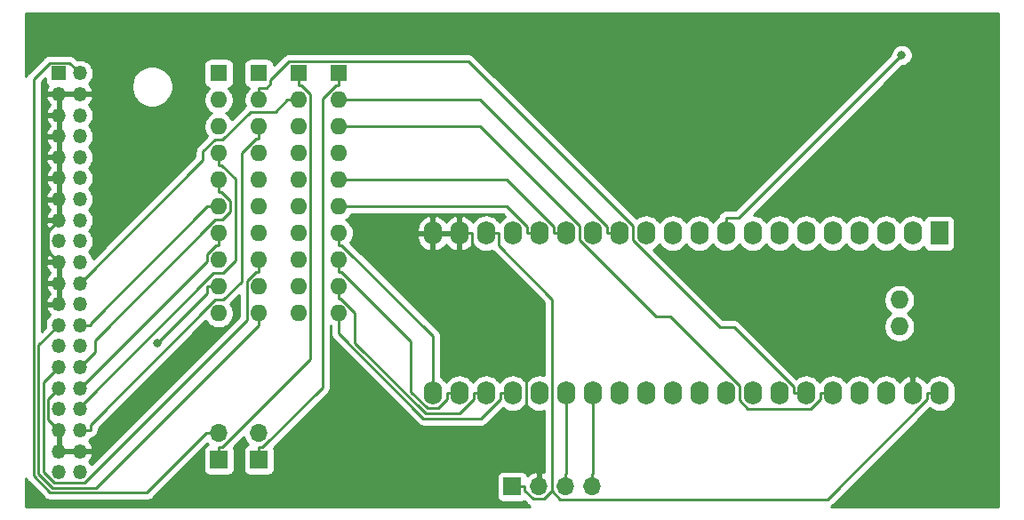
<source format=gbr>
%TF.GenerationSoftware,KiCad,Pcbnew,(5.1.10)-1*%
%TF.CreationDate,2021-06-14T15:07:00+02:00*%
%TF.ProjectId,bluepill_scsi,626c7565-7069-46c6-9c5f-736373692e6b,rev?*%
%TF.SameCoordinates,Original*%
%TF.FileFunction,Copper,L2,Bot*%
%TF.FilePolarity,Positive*%
%FSLAX46Y46*%
G04 Gerber Fmt 4.6, Leading zero omitted, Abs format (unit mm)*
G04 Created by KiCad (PCBNEW (5.1.10)-1) date 2021-06-14 15:07:00*
%MOMM*%
%LPD*%
G01*
G04 APERTURE LIST*
%TA.AperFunction,ComponentPad*%
%ADD10O,1.727200X1.727200*%
%TD*%
%TA.AperFunction,ComponentPad*%
%ADD11O,1.727200X2.250000*%
%TD*%
%TA.AperFunction,ComponentPad*%
%ADD12R,1.727200X2.250000*%
%TD*%
%TA.AperFunction,ComponentPad*%
%ADD13O,1.600000X1.600000*%
%TD*%
%TA.AperFunction,ComponentPad*%
%ADD14R,1.600000X1.600000*%
%TD*%
%TA.AperFunction,ComponentPad*%
%ADD15O,1.700000X1.700000*%
%TD*%
%TA.AperFunction,ComponentPad*%
%ADD16R,1.700000X1.700000*%
%TD*%
%TA.AperFunction,ComponentPad*%
%ADD17O,1.350000X1.350000*%
%TD*%
%TA.AperFunction,ComponentPad*%
%ADD18R,1.350000X1.350000*%
%TD*%
%TA.AperFunction,ViaPad*%
%ADD19C,0.800000*%
%TD*%
%TA.AperFunction,Conductor*%
%ADD20C,0.250000*%
%TD*%
%TA.AperFunction,Conductor*%
%ADD21C,0.254000*%
%TD*%
%TA.AperFunction,Conductor*%
%ADD22C,0.100000*%
%TD*%
G04 APERTURE END LIST*
D10*
%TO.P,U1,42*%
%TO.N,N/C*%
X227380800Y-106690000D03*
%TO.P,U1,41*%
X227380800Y-109230000D03*
D11*
%TO.P,U1,40*%
%TO.N,+3V3*%
X231241600Y-115570000D03*
%TO.P,U1,39*%
%TO.N,GND*%
X228650800Y-115570000D03*
%TO.P,U1,38*%
%TO.N,VCC*%
X226110800Y-115570000D03*
%TO.P,U1,37*%
%TO.N,/SCSI_DAT1*%
X223570800Y-115570000D03*
%TO.P,U1,36*%
%TO.N,/SCSI_DAT0*%
X221030800Y-115570000D03*
%TO.P,U1,35*%
%TO.N,/SCSI_IO*%
X218490800Y-115570000D03*
%TO.P,U1,34*%
%TO.N,/SCSI_REQ*%
X215950800Y-115570000D03*
%TO.P,U1,33*%
%TO.N,/SCSI_CD*%
X213410800Y-115570000D03*
%TO.P,U1,32*%
%TO.N,/SCSI_SEL*%
X210870800Y-115570000D03*
%TO.P,U1,31*%
%TO.N,/SCSI_MSG*%
X208330800Y-115570000D03*
%TO.P,U1,30*%
%TO.N,/SCSI_RST*%
X205790800Y-115570000D03*
%TO.P,U1,29*%
%TO.N,N/C*%
X203250800Y-115570000D03*
%TO.P,U1,28*%
X200710800Y-115570000D03*
%TO.P,U1,27*%
%TO.N,/SCSI_ACK*%
X198170800Y-115570000D03*
%TO.P,U1,26*%
%TO.N,/SCSI_BSY*%
X195630800Y-115570000D03*
%TO.P,U1,25*%
%TO.N,/SCSI_ATN*%
X193090800Y-115570000D03*
%TO.P,U1,24*%
%TO.N,/SCSI_DAT7*%
X190550800Y-115570000D03*
%TO.P,U1,23*%
%TO.N,/SCSI_DAT6*%
X188010800Y-115570000D03*
%TO.P,U1,22*%
%TO.N,/SCSI_DAT5*%
X185470800Y-115570000D03*
%TO.P,U1,21*%
%TO.N,/SCSI_DAT4*%
X182930800Y-115570000D03*
%TO.P,U1,20*%
%TO.N,GND*%
X182930800Y-100330000D03*
%TO.P,U1,19*%
X185470800Y-100330000D03*
%TO.P,U1,18*%
%TO.N,+3V3*%
X188010800Y-100330000D03*
%TO.P,U1,17*%
%TO.N,N/C*%
X190550800Y-100330000D03*
%TO.P,U1,16*%
%TO.N,/SCSI_DAT3*%
X193090800Y-100330000D03*
%TO.P,U1,15*%
%TO.N,/SCSI_DAT2*%
X195630800Y-100330000D03*
%TO.P,U1,14*%
%TO.N,N/C*%
X198170800Y-100330000D03*
%TO.P,U1,13*%
%TO.N,/SCSI_DBP*%
X200710800Y-100330000D03*
%TO.P,U1,12*%
%TO.N,/SD_MOSI*%
X203250800Y-100330000D03*
%TO.P,U1,11*%
%TO.N,/SD_MISO*%
X205790800Y-100330000D03*
%TO.P,U1,10*%
%TO.N,/SD_CLK*%
X208330800Y-100330000D03*
%TO.P,U1,9*%
%TO.N,/SD_CS*%
X210870800Y-100330000D03*
%TO.P,U1,8*%
%TO.N,N/C*%
X213410800Y-100330000D03*
%TO.P,U1,7*%
X215950800Y-100330000D03*
%TO.P,U1,6*%
X218490800Y-100330000D03*
%TO.P,U1,5*%
X221030800Y-100330000D03*
%TO.P,U1,4*%
X223570800Y-100330000D03*
%TO.P,U1,3*%
X226110800Y-100330000D03*
%TO.P,U1,2*%
X228650800Y-100330000D03*
D12*
%TO.P,U1,1*%
X231190800Y-100330000D03*
%TD*%
D13*
%TO.P,RN4,10*%
%TO.N,/SCSI_DAT7*%
X173990000Y-107950000D03*
%TO.P,RN4,9*%
%TO.N,/SCSI_DAT6*%
X173990000Y-105410000D03*
%TO.P,RN4,8*%
%TO.N,/SCSI_DAT5*%
X173990000Y-102870000D03*
%TO.P,RN4,7*%
%TO.N,/SCSI_DAT4*%
X173990000Y-100330000D03*
%TO.P,RN4,6*%
%TO.N,/SCSI_DAT3*%
X173990000Y-97790000D03*
%TO.P,RN4,5*%
%TO.N,/SCSI_DAT2*%
X173990000Y-95250000D03*
%TO.P,RN4,4*%
%TO.N,/SCSI_DAT1*%
X173990000Y-92710000D03*
%TO.P,RN4,3*%
%TO.N,/SCSI_DAT0*%
X173990000Y-90170000D03*
%TO.P,RN4,2*%
%TO.N,/SCSI_DBP*%
X173990000Y-87630000D03*
D14*
%TO.P,RN4,1*%
%TO.N,Net-(JP1-Pad1)*%
X173990000Y-85090000D03*
%TD*%
D13*
%TO.P,RN3,10*%
%TO.N,/SCSI_DAT7*%
X170180000Y-107950000D03*
%TO.P,RN3,9*%
%TO.N,/SCSI_DAT6*%
X170180000Y-105410000D03*
%TO.P,RN3,8*%
%TO.N,/SCSI_DAT5*%
X170180000Y-102870000D03*
%TO.P,RN3,7*%
%TO.N,/SCSI_DAT4*%
X170180000Y-100330000D03*
%TO.P,RN3,6*%
%TO.N,/SCSI_DAT3*%
X170180000Y-97790000D03*
%TO.P,RN3,5*%
%TO.N,/SCSI_DAT2*%
X170180000Y-95250000D03*
%TO.P,RN3,4*%
%TO.N,/SCSI_DAT1*%
X170180000Y-92710000D03*
%TO.P,RN3,3*%
%TO.N,/SCSI_DAT0*%
X170180000Y-90170000D03*
%TO.P,RN3,2*%
%TO.N,/SCSI_DBP*%
X170180000Y-87630000D03*
D14*
%TO.P,RN3,1*%
%TO.N,Net-(JP2-Pad1)*%
X170180000Y-85090000D03*
%TD*%
%TO.P,RN2,1*%
%TO.N,Net-(JP1-Pad1)*%
X166370000Y-85090000D03*
D13*
%TO.P,RN2,2*%
%TO.N,/SCSI_IO*%
X166370000Y-87630000D03*
%TO.P,RN2,3*%
%TO.N,/SCSI_REQ*%
X166370000Y-90170000D03*
%TO.P,RN2,4*%
%TO.N,/SCSI_CD*%
X166370000Y-92710000D03*
%TO.P,RN2,5*%
%TO.N,/SCSI_MSG*%
X166370000Y-95250000D03*
%TO.P,RN2,6*%
%TO.N,/SCSI_BSY*%
X166370000Y-97790000D03*
%TO.P,RN2,7*%
%TO.N,/SCSI_SEL*%
X166370000Y-100330000D03*
%TO.P,RN2,8*%
%TO.N,/SCSI_RST*%
X166370000Y-102870000D03*
%TO.P,RN2,9*%
%TO.N,/SCSI_ACK*%
X166370000Y-105410000D03*
%TO.P,RN2,10*%
%TO.N,/SCSI_ATN*%
X166370000Y-107950000D03*
%TD*%
%TO.P,RN1,10*%
%TO.N,/SCSI_ATN*%
X162560000Y-107950000D03*
%TO.P,RN1,9*%
%TO.N,/SCSI_ACK*%
X162560000Y-105410000D03*
%TO.P,RN1,8*%
%TO.N,/SCSI_RST*%
X162560000Y-102870000D03*
%TO.P,RN1,7*%
%TO.N,/SCSI_SEL*%
X162560000Y-100330000D03*
%TO.P,RN1,6*%
%TO.N,/SCSI_BSY*%
X162560000Y-97790000D03*
%TO.P,RN1,5*%
%TO.N,/SCSI_MSG*%
X162560000Y-95250000D03*
%TO.P,RN1,4*%
%TO.N,/SCSI_CD*%
X162560000Y-92710000D03*
%TO.P,RN1,3*%
%TO.N,/SCSI_REQ*%
X162560000Y-90170000D03*
%TO.P,RN1,2*%
%TO.N,/SCSI_IO*%
X162560000Y-87630000D03*
D14*
%TO.P,RN1,1*%
%TO.N,Net-(JP2-Pad1)*%
X162560000Y-85090000D03*
%TD*%
D15*
%TO.P,JP2,2*%
%TO.N,VCC*%
X162560000Y-119380000D03*
D16*
%TO.P,JP2,1*%
%TO.N,Net-(JP2-Pad1)*%
X162560000Y-121920000D03*
%TD*%
D15*
%TO.P,JP1,2*%
%TO.N,GND*%
X166370000Y-119380000D03*
D16*
%TO.P,JP1,1*%
%TO.N,Net-(JP1-Pad1)*%
X166370000Y-121920000D03*
%TD*%
D17*
%TO.P,J5,40*%
%TO.N,N/C*%
X149320000Y-123090000D03*
%TO.P,J5,39*%
X147320000Y-123090000D03*
%TO.P,J5,38*%
%TO.N,GND*%
X149320000Y-121090000D03*
%TO.P,J5,37*%
X147320000Y-121090000D03*
%TO.P,J5,36*%
%TO.N,/SCSI_REQ*%
X149320000Y-119090000D03*
%TO.P,J5,35*%
%TO.N,GND*%
X147320000Y-119090000D03*
%TO.P,J5,34*%
%TO.N,/SCSI_CD*%
X149320000Y-117090000D03*
%TO.P,J5,33*%
%TO.N,/SCSI_IO*%
X147320000Y-117090000D03*
%TO.P,J5,32*%
%TO.N,/SCSI_SEL*%
X149320000Y-115090000D03*
%TO.P,J5,31*%
%TO.N,GND*%
X147320000Y-115090000D03*
%TO.P,J5,30*%
%TO.N,/SCSI_MSG*%
X149320000Y-113090000D03*
%TO.P,J5,29*%
%TO.N,/SCSI_RST*%
X147320000Y-113090000D03*
%TO.P,J5,28*%
%TO.N,/SCSI_ACK*%
X149320000Y-111090000D03*
%TO.P,J5,27*%
%TO.N,GND*%
X147320000Y-111090000D03*
%TO.P,J5,26*%
%TO.N,/SCSI_BSY*%
X149320000Y-109090000D03*
%TO.P,J5,25*%
%TO.N,/SCSI_ATN*%
X147320000Y-109090000D03*
%TO.P,J5,24*%
%TO.N,N/C*%
X149320000Y-107090000D03*
%TO.P,J5,23*%
%TO.N,GND*%
X147320000Y-107090000D03*
%TO.P,J5,22*%
%TO.N,/SCSI_DBP*%
X149320000Y-105090000D03*
%TO.P,J5,21*%
%TO.N,GND*%
X147320000Y-105090000D03*
%TO.P,J5,20*%
%TO.N,/SCSI_DAT7*%
X149320000Y-103090000D03*
%TO.P,J5,19*%
%TO.N,GND*%
X147320000Y-103090000D03*
%TO.P,J5,18*%
%TO.N,/SCSI_DAT6*%
X149320000Y-101090000D03*
%TO.P,J5,17*%
%TO.N,N/C*%
X147320000Y-101090000D03*
%TO.P,J5,16*%
%TO.N,/SCSI_DAT5*%
X149320000Y-99090000D03*
%TO.P,J5,15*%
%TO.N,GND*%
X147320000Y-99090000D03*
%TO.P,J5,14*%
%TO.N,/SCSI_DAT4*%
X149320000Y-97090000D03*
%TO.P,J5,13*%
%TO.N,GND*%
X147320000Y-97090000D03*
%TO.P,J5,12*%
%TO.N,/SCSI_DAT3*%
X149320000Y-95090000D03*
%TO.P,J5,11*%
%TO.N,GND*%
X147320000Y-95090000D03*
%TO.P,J5,10*%
%TO.N,/SCSI_DAT2*%
X149320000Y-93090000D03*
%TO.P,J5,9*%
%TO.N,GND*%
X147320000Y-93090000D03*
%TO.P,J5,8*%
%TO.N,/SCSI_DAT1*%
X149320000Y-91090000D03*
%TO.P,J5,7*%
%TO.N,GND*%
X147320000Y-91090000D03*
%TO.P,J5,6*%
%TO.N,/SCSI_DAT0*%
X149320000Y-89090000D03*
%TO.P,J5,5*%
%TO.N,GND*%
X147320000Y-89090000D03*
%TO.P,J5,4*%
X149320000Y-87090000D03*
%TO.P,J5,3*%
X147320000Y-87090000D03*
%TO.P,J5,2*%
%TO.N,VCC*%
X149320000Y-85090000D03*
D18*
%TO.P,J5,1*%
%TO.N,N/C*%
X147320000Y-85090000D03*
%TD*%
D16*
%TO.P,J3,1*%
%TO.N,+3V3*%
X190500000Y-124460000D03*
D15*
%TO.P,J3,2*%
%TO.N,GND*%
X193040000Y-124460000D03*
%TO.P,J3,3*%
%TO.N,/SCSI_BSY*%
X195580000Y-124460000D03*
%TO.P,J3,4*%
%TO.N,/SCSI_ACK*%
X198120000Y-124460000D03*
%TD*%
D19*
%TO.N,/SD_CS*%
X227606300Y-83363900D03*
%TO.N,/SCSI_ACK*%
X156681000Y-110798000D03*
%TD*%
D20*
%TO.N,GND*%
X182931000Y-100330000D02*
X182930800Y-100330000D01*
X185470800Y-100330000D02*
X182931000Y-100330000D01*
X147320000Y-97090000D02*
X147320000Y-99090000D01*
X147320000Y-95090000D02*
X147320000Y-97090000D01*
X147320000Y-93090000D02*
X147320000Y-95090000D01*
X147320000Y-91090000D02*
X147320000Y-93090000D01*
X147320000Y-89090000D02*
X147320000Y-91090000D01*
X193040000Y-124460000D02*
X193040000Y-123285000D01*
X193040000Y-123285000D02*
X191865000Y-122109000D01*
X191865000Y-122109000D02*
X191865000Y-106724000D01*
X191865000Y-106724000D02*
X186660000Y-101519000D01*
X186660000Y-101519000D02*
X186660000Y-100330000D01*
X186660000Y-100330000D02*
X185470800Y-100330000D01*
X147320000Y-119090000D02*
X146317000Y-118087000D01*
X146317000Y-118087000D02*
X146317000Y-116093000D01*
X146317000Y-116093000D02*
X147320000Y-115090000D01*
X147320000Y-103090000D02*
X146318000Y-102088000D01*
X146318000Y-102088000D02*
X146318000Y-100092000D01*
X146318000Y-100092000D02*
X147320000Y-99090000D01*
X147320000Y-103090000D02*
X147320000Y-105090000D01*
X147320000Y-105090000D02*
X147320000Y-107090000D01*
X149320000Y-87090000D02*
X147320000Y-87090000D01*
%TO.N,+3V3*%
X194310000Y-124881000D02*
X195096000Y-125667000D01*
X195096000Y-125667000D02*
X220550000Y-125667000D01*
X220550000Y-125667000D02*
X230053000Y-116164000D01*
X230053000Y-116164000D02*
X230053000Y-115570000D01*
X230053000Y-115570000D02*
X231241600Y-115570000D01*
X188011000Y-100330000D02*
X188010800Y-100330000D01*
X188011000Y-100330000D02*
X189200000Y-100330000D01*
X189200000Y-100330000D02*
X189200000Y-101519000D01*
X189200000Y-101519000D02*
X194310000Y-106629000D01*
X194310000Y-106629000D02*
X194310000Y-124881000D01*
X231241600Y-115570000D02*
X231242000Y-115570000D01*
X190500000Y-124460000D02*
X191675000Y-124460000D01*
X191675000Y-124460000D02*
X191675000Y-124827000D01*
X191675000Y-124827000D02*
X192483000Y-125635000D01*
X192483000Y-125635000D02*
X193555000Y-125635000D01*
X193555000Y-125635000D02*
X194310000Y-124881000D01*
%TO.N,/SD_CS*%
X210870800Y-100330000D02*
X210870800Y-98879700D01*
X227606300Y-83363900D02*
X212090500Y-98879700D01*
X212090500Y-98879700D02*
X210870800Y-98879700D01*
%TO.N,/SCSI_ACK*%
X198170800Y-115570000D02*
X198171000Y-115570000D01*
X162560000Y-105410000D02*
X161435000Y-105410000D01*
X161435000Y-105410000D02*
X161435000Y-106044000D01*
X161435000Y-106044000D02*
X156681000Y-110798000D01*
X198120000Y-124460000D02*
X198120000Y-123285000D01*
X198120000Y-123285000D02*
X198171000Y-123234000D01*
X198171000Y-123234000D02*
X198171000Y-115570000D01*
%TO.N,/SCSI_BSY*%
X195630800Y-115570000D02*
X195631000Y-115570000D01*
X195580000Y-124460000D02*
X195580000Y-123285000D01*
X195580000Y-123285000D02*
X195631000Y-123234000D01*
X195631000Y-123234000D02*
X195631000Y-115570000D01*
X149320000Y-109090000D02*
X150320000Y-109090000D01*
X150320000Y-109090000D02*
X150320000Y-108904000D01*
X150320000Y-108904000D02*
X161435000Y-97790000D01*
X161435000Y-97790000D02*
X162560000Y-97790000D01*
%TO.N,/SCSI_REQ*%
X149320000Y-119090000D02*
X150320000Y-119090000D01*
X150320000Y-119090000D02*
X150320000Y-118598000D01*
X150320000Y-118598000D02*
X162238000Y-106680000D01*
X162238000Y-106680000D02*
X162962000Y-106680000D01*
X162962000Y-106680000D02*
X164720000Y-104921000D01*
X164720000Y-104921000D02*
X164720000Y-92663500D01*
X164720000Y-92663500D02*
X166089000Y-91295300D01*
X166089000Y-91295300D02*
X166370000Y-91295300D01*
X166370000Y-91295300D02*
X166370000Y-90170000D01*
%TO.N,/SCSI_CD*%
X149320000Y-117090000D02*
X149320000Y-116875000D01*
X149320000Y-116875000D02*
X162055000Y-104140000D01*
X162055000Y-104140000D02*
X162933000Y-104140000D01*
X162933000Y-104140000D02*
X164141000Y-102932000D01*
X164141000Y-102932000D02*
X164141000Y-95134800D01*
X164141000Y-95134800D02*
X162841000Y-93835300D01*
X162841000Y-93835300D02*
X162560000Y-93835300D01*
X162560000Y-93835300D02*
X162560000Y-92710000D01*
%TO.N,/SCSI_IO*%
X218490800Y-115570000D02*
X218491000Y-115570000D01*
X166370000Y-87630000D02*
X166370000Y-86504700D01*
X166370000Y-86504700D02*
X167098000Y-86504700D01*
X167098000Y-86504700D02*
X167495000Y-86107900D01*
X167495000Y-86107900D02*
X167495000Y-85710900D01*
X167495000Y-85710900D02*
X169242000Y-83964600D01*
X169242000Y-83964600D02*
X186317000Y-83964600D01*
X186317000Y-83964600D02*
X201981000Y-99628800D01*
X201981000Y-99628800D02*
X201981000Y-101013000D01*
X201981000Y-101013000D02*
X210269000Y-109301000D01*
X210269000Y-109301000D02*
X211627000Y-109301000D01*
X211627000Y-109301000D02*
X217302000Y-114976000D01*
X217302000Y-114976000D02*
X217302000Y-115570000D01*
X217302000Y-115570000D02*
X218490800Y-115570000D01*
%TO.N,/SCSI_SEL*%
X149320000Y-115090000D02*
X161435000Y-102975000D01*
X161435000Y-102975000D02*
X161435000Y-102299000D01*
X161435000Y-102299000D02*
X162279000Y-101455000D01*
X162279000Y-101455000D02*
X162560000Y-101455000D01*
X162560000Y-101455000D02*
X162560000Y-100330000D01*
%TO.N,/SCSI_MSG*%
X149320000Y-113090000D02*
X150771000Y-111639000D01*
X150771000Y-111639000D02*
X150771000Y-110522000D01*
X150771000Y-110522000D02*
X162232000Y-99060000D01*
X162232000Y-99060000D02*
X162891000Y-99060000D01*
X162891000Y-99060000D02*
X163685000Y-98265600D01*
X163685000Y-98265600D02*
X163685000Y-97219200D01*
X163685000Y-97219200D02*
X162841000Y-96375300D01*
X162841000Y-96375300D02*
X162560000Y-96375300D01*
X162560000Y-96375300D02*
X162560000Y-95250000D01*
%TO.N,/SCSI_RST*%
X166370000Y-102870000D02*
X166370000Y-103995000D01*
X166370000Y-103995000D02*
X166089000Y-103995000D01*
X166089000Y-103995000D02*
X165245000Y-104839000D01*
X165245000Y-104839000D02*
X165245000Y-108583000D01*
X165245000Y-108583000D02*
X149731000Y-124096000D01*
X149731000Y-124096000D02*
X146876000Y-124096000D01*
X146876000Y-124096000D02*
X145854000Y-123075000D01*
X145854000Y-123075000D02*
X145854000Y-114556000D01*
X145854000Y-114556000D02*
X147320000Y-113090000D01*
%TO.N,/SCSI_ATN*%
X147320000Y-109090000D02*
X145401000Y-111009000D01*
X145401000Y-111009000D02*
X145401000Y-123266000D01*
X145401000Y-123266000D02*
X146700000Y-124566000D01*
X146700000Y-124566000D02*
X150879000Y-124566000D01*
X150879000Y-124566000D02*
X166370000Y-109075000D01*
X166370000Y-109075000D02*
X166370000Y-107950000D01*
%TO.N,/SCSI_DBP*%
X200710800Y-100330000D02*
X200711000Y-100330000D01*
X173990000Y-87630000D02*
X187416000Y-87630000D01*
X187416000Y-87630000D02*
X199522000Y-99735600D01*
X199522000Y-99735600D02*
X199522000Y-100330000D01*
X199522000Y-100330000D02*
X200710800Y-100330000D01*
X149320000Y-105090000D02*
X161062000Y-93348300D01*
X161062000Y-93348300D02*
X161062000Y-92551600D01*
X161062000Y-92551600D02*
X162173000Y-91440000D01*
X162173000Y-91440000D02*
X162884000Y-91440000D01*
X162884000Y-91440000D02*
X165568000Y-88755300D01*
X165568000Y-88755300D02*
X167929000Y-88755300D01*
X167929000Y-88755300D02*
X169055000Y-87630000D01*
X169055000Y-87630000D02*
X170180000Y-87630000D01*
%TO.N,/SCSI_DAT7*%
X190550800Y-115570000D02*
X190551000Y-115570000D01*
X173990000Y-107950000D02*
X173990000Y-109906000D01*
X173990000Y-109906000D02*
X182063000Y-117978000D01*
X182063000Y-117978000D02*
X187548000Y-117978000D01*
X187548000Y-117978000D02*
X189362000Y-116164000D01*
X189362000Y-116164000D02*
X189362000Y-115570000D01*
X189362000Y-115570000D02*
X190550800Y-115570000D01*
%TO.N,/SCSI_DAT6*%
X188010800Y-115570000D02*
X188011000Y-115570000D01*
X173990000Y-105410000D02*
X173990000Y-106535000D01*
X173990000Y-106535000D02*
X174182000Y-106535000D01*
X174182000Y-106535000D02*
X175527000Y-107880000D01*
X175527000Y-107880000D02*
X175527000Y-110778000D01*
X175527000Y-110778000D02*
X182277000Y-117528000D01*
X182277000Y-117528000D02*
X185458000Y-117528000D01*
X185458000Y-117528000D02*
X186822000Y-116164000D01*
X186822000Y-116164000D02*
X186822000Y-115570000D01*
X186822000Y-115570000D02*
X188010800Y-115570000D01*
%TO.N,/SCSI_DAT5*%
X185470800Y-115570000D02*
X185471000Y-115570000D01*
X173990000Y-102870000D02*
X173990000Y-103995000D01*
X173990000Y-103995000D02*
X174271000Y-103995000D01*
X174271000Y-103995000D02*
X180865000Y-110589000D01*
X180865000Y-110589000D02*
X180865000Y-115466000D01*
X180865000Y-115466000D02*
X182419000Y-117020000D01*
X182419000Y-117020000D02*
X183426000Y-117020000D01*
X183426000Y-117020000D02*
X184282000Y-116164000D01*
X184282000Y-116164000D02*
X184282000Y-115570000D01*
X184282000Y-115570000D02*
X185470800Y-115570000D01*
%TO.N,/SCSI_DAT4*%
X182931000Y-111478500D02*
X182930800Y-111478700D01*
X182930800Y-111478700D02*
X182930800Y-115570000D01*
X182931000Y-111478500D02*
X182931000Y-112842000D01*
X173990000Y-100330000D02*
X173990000Y-101455000D01*
X173990000Y-101455000D02*
X174271000Y-101455000D01*
X174271000Y-101455000D02*
X182931000Y-110115000D01*
X182931000Y-110115000D02*
X182931000Y-111478500D01*
%TO.N,/SCSI_DAT3*%
X193090800Y-100330000D02*
X193091000Y-100330000D01*
X173990000Y-97790000D02*
X189956000Y-97790000D01*
X189956000Y-97790000D02*
X191902000Y-99735600D01*
X191902000Y-99735600D02*
X191902000Y-100330000D01*
X191902000Y-100330000D02*
X193090800Y-100330000D01*
%TO.N,/SCSI_DAT2*%
X195630800Y-100330000D02*
X195631000Y-100330000D01*
X173990000Y-95250000D02*
X189956000Y-95250000D01*
X189956000Y-95250000D02*
X194442000Y-99735600D01*
X194442000Y-99735600D02*
X194442000Y-100330000D01*
X194442000Y-100330000D02*
X195630800Y-100330000D01*
%TO.N,/SCSI_DAT0*%
X221030800Y-115570000D02*
X221031000Y-115570000D01*
X173990000Y-90170000D02*
X187450000Y-90170000D01*
X187450000Y-90170000D02*
X196901000Y-99620400D01*
X196901000Y-99620400D02*
X196901000Y-101003000D01*
X196901000Y-101003000D02*
X204180000Y-108283000D01*
X204180000Y-108283000D02*
X205585000Y-108283000D01*
X205585000Y-108283000D02*
X212141000Y-114839000D01*
X212141000Y-114839000D02*
X212141000Y-116245000D01*
X212141000Y-116245000D02*
X212940000Y-117045000D01*
X212940000Y-117045000D02*
X218962000Y-117045000D01*
X218962000Y-117045000D02*
X219842000Y-116164000D01*
X219842000Y-116164000D02*
X219842000Y-115570000D01*
X219842000Y-115570000D02*
X221030800Y-115570000D01*
%TO.N,VCC*%
X149320000Y-85090000D02*
X148320000Y-84089600D01*
X148320000Y-84089600D02*
X146445000Y-84089600D01*
X146445000Y-84089600D02*
X144901000Y-85632800D01*
X144901000Y-85632800D02*
X144901000Y-123451000D01*
X144901000Y-123451000D02*
X146486000Y-125035000D01*
X146486000Y-125035000D02*
X155730000Y-125035000D01*
X155730000Y-125035000D02*
X161385000Y-119380000D01*
X161385000Y-119380000D02*
X162560000Y-119380000D01*
%TO.N,Net-(JP1-Pad1)*%
X166370000Y-121920000D02*
X166370000Y-120745000D01*
X166370000Y-120745000D02*
X166737000Y-120745000D01*
X166737000Y-120745000D02*
X172414000Y-115068000D01*
X172414000Y-115068000D02*
X172414000Y-87509500D01*
X172414000Y-87509500D02*
X173709000Y-86215300D01*
X173709000Y-86215300D02*
X173990000Y-86215300D01*
X173990000Y-86215300D02*
X173990000Y-85090000D01*
%TO.N,Net-(JP2-Pad1)*%
X162560000Y-121920000D02*
X162560000Y-120745000D01*
X162560000Y-120745000D02*
X162865000Y-120745000D01*
X162865000Y-120745000D02*
X171305000Y-112304000D01*
X171305000Y-112304000D02*
X171305000Y-87059200D01*
X171305000Y-87059200D02*
X170461000Y-86215300D01*
X170461000Y-86215300D02*
X170180000Y-86215300D01*
X170180000Y-86215300D02*
X170180000Y-85090000D01*
%TD*%
D21*
%TO.N,GND*%
X173230001Y-109168044D02*
X173230001Y-109868689D01*
X173226324Y-109906047D01*
X173233774Y-109981637D01*
X173240998Y-110054986D01*
X173241005Y-110055008D01*
X173241007Y-110055032D01*
X173265172Y-110134679D01*
X173284455Y-110198247D01*
X173284464Y-110198264D01*
X173284472Y-110198290D01*
X173319593Y-110263985D01*
X173355027Y-110330276D01*
X173355042Y-110330294D01*
X173355053Y-110330315D01*
X173401862Y-110387345D01*
X173450000Y-110446001D01*
X173479018Y-110469815D01*
X181499217Y-118489023D01*
X181522999Y-118518001D01*
X181552014Y-118541813D01*
X181552032Y-118541831D01*
X181582459Y-118566799D01*
X181638724Y-118612974D01*
X181638745Y-118612985D01*
X181638763Y-118613000D01*
X181702522Y-118647075D01*
X181770753Y-118683546D01*
X181770777Y-118683553D01*
X181770797Y-118683564D01*
X181840186Y-118704608D01*
X181914014Y-118727003D01*
X181914038Y-118727005D01*
X181914060Y-118727012D01*
X181979828Y-118733485D01*
X182025667Y-118738000D01*
X182025699Y-118738000D01*
X182063047Y-118741676D01*
X182100347Y-118738000D01*
X187510678Y-118738000D01*
X187548000Y-118741676D01*
X187585322Y-118738000D01*
X187585333Y-118738000D01*
X187696986Y-118727003D01*
X187840247Y-118683546D01*
X187972276Y-118612974D01*
X188088001Y-118518001D01*
X188111803Y-118488998D01*
X189606070Y-116994733D01*
X189714195Y-117083469D01*
X189974537Y-117222625D01*
X190257024Y-117308316D01*
X190550800Y-117337251D01*
X190844577Y-117308316D01*
X191127064Y-117222625D01*
X191387406Y-117083469D01*
X191615597Y-116896197D01*
X191802869Y-116668006D01*
X191820800Y-116634460D01*
X191838731Y-116668006D01*
X192026003Y-116896197D01*
X192254195Y-117083469D01*
X192514537Y-117222625D01*
X192797024Y-117308316D01*
X193090800Y-117337251D01*
X193384577Y-117308316D01*
X193550001Y-117258136D01*
X193550001Y-123065986D01*
X193544099Y-123063175D01*
X193396890Y-123018524D01*
X193167000Y-123139845D01*
X193167000Y-124333000D01*
X193187000Y-124333000D01*
X193187000Y-124587000D01*
X193167000Y-124587000D01*
X193167000Y-124607000D01*
X192913000Y-124607000D01*
X192913000Y-124587000D01*
X192893000Y-124587000D01*
X192893000Y-124333000D01*
X192913000Y-124333000D01*
X192913000Y-123139845D01*
X192683110Y-123018524D01*
X192535901Y-123063175D01*
X192273080Y-123188359D01*
X192039731Y-123362412D01*
X191963966Y-123446466D01*
X191939502Y-123365820D01*
X191880537Y-123255506D01*
X191801185Y-123158815D01*
X191704494Y-123079463D01*
X191594180Y-123020498D01*
X191474482Y-122984188D01*
X191350000Y-122971928D01*
X189650000Y-122971928D01*
X189525518Y-122984188D01*
X189405820Y-123020498D01*
X189295506Y-123079463D01*
X189198815Y-123158815D01*
X189119463Y-123255506D01*
X189060498Y-123365820D01*
X189024188Y-123485518D01*
X189011928Y-123610000D01*
X189011928Y-125310000D01*
X189024188Y-125434482D01*
X189060498Y-125554180D01*
X189119463Y-125664494D01*
X189198815Y-125761185D01*
X189295506Y-125840537D01*
X189405820Y-125899502D01*
X189525518Y-125935812D01*
X189650000Y-125948072D01*
X191350000Y-125948072D01*
X191474482Y-125935812D01*
X191594180Y-125899502D01*
X191645349Y-125872151D01*
X191919201Y-126146002D01*
X191942999Y-126175001D01*
X191971997Y-126198799D01*
X192058724Y-126269974D01*
X192189732Y-126340000D01*
X144170000Y-126340000D01*
X144170000Y-123659346D01*
X144173664Y-123671412D01*
X144195455Y-123743247D01*
X144195512Y-123743353D01*
X144195547Y-123743469D01*
X144230895Y-123809550D01*
X144266027Y-123875276D01*
X144266102Y-123875367D01*
X144266160Y-123875476D01*
X144314453Y-123934283D01*
X144361000Y-123991001D01*
X144390089Y-124014873D01*
X145922280Y-125546099D01*
X145945999Y-125575001D01*
X145975086Y-125598872D01*
X145975175Y-125598961D01*
X146005123Y-125623523D01*
X146061724Y-125669974D01*
X146061829Y-125670030D01*
X146061924Y-125670108D01*
X146127827Y-125705307D01*
X146193753Y-125740546D01*
X146193870Y-125740582D01*
X146193976Y-125740638D01*
X146265271Y-125762240D01*
X146337014Y-125784003D01*
X146337134Y-125784015D01*
X146337250Y-125784050D01*
X146411734Y-125791362D01*
X146448667Y-125795000D01*
X146448787Y-125795000D01*
X146486241Y-125798677D01*
X146523453Y-125795000D01*
X155692678Y-125795000D01*
X155730000Y-125798676D01*
X155767322Y-125795000D01*
X155767333Y-125795000D01*
X155878986Y-125784003D01*
X156022247Y-125740546D01*
X156154276Y-125669974D01*
X156270001Y-125575001D01*
X156293804Y-125545997D01*
X161459847Y-120379954D01*
X161538380Y-120458487D01*
X161465820Y-120480498D01*
X161355506Y-120539463D01*
X161258815Y-120618815D01*
X161179463Y-120715506D01*
X161120498Y-120825820D01*
X161084188Y-120945518D01*
X161071928Y-121070000D01*
X161071928Y-122770000D01*
X161084188Y-122894482D01*
X161120498Y-123014180D01*
X161179463Y-123124494D01*
X161258815Y-123221185D01*
X161355506Y-123300537D01*
X161465820Y-123359502D01*
X161585518Y-123395812D01*
X161710000Y-123408072D01*
X163410000Y-123408072D01*
X163534482Y-123395812D01*
X163654180Y-123359502D01*
X163764494Y-123300537D01*
X163861185Y-123221185D01*
X163940537Y-123124494D01*
X163999502Y-123014180D01*
X164035812Y-122894482D01*
X164048072Y-122770000D01*
X164048072Y-121070000D01*
X164035812Y-120945518D01*
X163999502Y-120825820D01*
X163950532Y-120734205D01*
X164932994Y-119751627D01*
X164973175Y-119884099D01*
X165098359Y-120146920D01*
X165272412Y-120380269D01*
X165356466Y-120456034D01*
X165275820Y-120480498D01*
X165165506Y-120539463D01*
X165068815Y-120618815D01*
X164989463Y-120715506D01*
X164930498Y-120825820D01*
X164894188Y-120945518D01*
X164881928Y-121070000D01*
X164881928Y-122770000D01*
X164894188Y-122894482D01*
X164930498Y-123014180D01*
X164989463Y-123124494D01*
X165068815Y-123221185D01*
X165165506Y-123300537D01*
X165275820Y-123359502D01*
X165395518Y-123395812D01*
X165520000Y-123408072D01*
X167220000Y-123408072D01*
X167344482Y-123395812D01*
X167464180Y-123359502D01*
X167574494Y-123300537D01*
X167671185Y-123221185D01*
X167750537Y-123124494D01*
X167809502Y-123014180D01*
X167845812Y-122894482D01*
X167858072Y-122770000D01*
X167858072Y-121070000D01*
X167845812Y-120945518D01*
X167809502Y-120825820D01*
X167782151Y-120774650D01*
X172925009Y-115631794D01*
X172954001Y-115608001D01*
X172977795Y-115579008D01*
X172977799Y-115579004D01*
X173048973Y-115492277D01*
X173048974Y-115492276D01*
X173119546Y-115360247D01*
X173163003Y-115216986D01*
X173174000Y-115105333D01*
X173174000Y-115105324D01*
X173177676Y-115068001D01*
X173174000Y-115030678D01*
X173174000Y-109130626D01*
X173230001Y-109168044D01*
%TA.AperFunction,Conductor*%
D22*
G36*
X173230001Y-109168044D02*
G01*
X173230001Y-109868689D01*
X173226324Y-109906047D01*
X173233774Y-109981637D01*
X173240998Y-110054986D01*
X173241005Y-110055008D01*
X173241007Y-110055032D01*
X173265172Y-110134679D01*
X173284455Y-110198247D01*
X173284464Y-110198264D01*
X173284472Y-110198290D01*
X173319593Y-110263985D01*
X173355027Y-110330276D01*
X173355042Y-110330294D01*
X173355053Y-110330315D01*
X173401862Y-110387345D01*
X173450000Y-110446001D01*
X173479018Y-110469815D01*
X181499217Y-118489023D01*
X181522999Y-118518001D01*
X181552014Y-118541813D01*
X181552032Y-118541831D01*
X181582459Y-118566799D01*
X181638724Y-118612974D01*
X181638745Y-118612985D01*
X181638763Y-118613000D01*
X181702522Y-118647075D01*
X181770753Y-118683546D01*
X181770777Y-118683553D01*
X181770797Y-118683564D01*
X181840186Y-118704608D01*
X181914014Y-118727003D01*
X181914038Y-118727005D01*
X181914060Y-118727012D01*
X181979828Y-118733485D01*
X182025667Y-118738000D01*
X182025699Y-118738000D01*
X182063047Y-118741676D01*
X182100347Y-118738000D01*
X187510678Y-118738000D01*
X187548000Y-118741676D01*
X187585322Y-118738000D01*
X187585333Y-118738000D01*
X187696986Y-118727003D01*
X187840247Y-118683546D01*
X187972276Y-118612974D01*
X188088001Y-118518001D01*
X188111803Y-118488998D01*
X189606070Y-116994733D01*
X189714195Y-117083469D01*
X189974537Y-117222625D01*
X190257024Y-117308316D01*
X190550800Y-117337251D01*
X190844577Y-117308316D01*
X191127064Y-117222625D01*
X191387406Y-117083469D01*
X191615597Y-116896197D01*
X191802869Y-116668006D01*
X191820800Y-116634460D01*
X191838731Y-116668006D01*
X192026003Y-116896197D01*
X192254195Y-117083469D01*
X192514537Y-117222625D01*
X192797024Y-117308316D01*
X193090800Y-117337251D01*
X193384577Y-117308316D01*
X193550001Y-117258136D01*
X193550001Y-123065986D01*
X193544099Y-123063175D01*
X193396890Y-123018524D01*
X193167000Y-123139845D01*
X193167000Y-124333000D01*
X193187000Y-124333000D01*
X193187000Y-124587000D01*
X193167000Y-124587000D01*
X193167000Y-124607000D01*
X192913000Y-124607000D01*
X192913000Y-124587000D01*
X192893000Y-124587000D01*
X192893000Y-124333000D01*
X192913000Y-124333000D01*
X192913000Y-123139845D01*
X192683110Y-123018524D01*
X192535901Y-123063175D01*
X192273080Y-123188359D01*
X192039731Y-123362412D01*
X191963966Y-123446466D01*
X191939502Y-123365820D01*
X191880537Y-123255506D01*
X191801185Y-123158815D01*
X191704494Y-123079463D01*
X191594180Y-123020498D01*
X191474482Y-122984188D01*
X191350000Y-122971928D01*
X189650000Y-122971928D01*
X189525518Y-122984188D01*
X189405820Y-123020498D01*
X189295506Y-123079463D01*
X189198815Y-123158815D01*
X189119463Y-123255506D01*
X189060498Y-123365820D01*
X189024188Y-123485518D01*
X189011928Y-123610000D01*
X189011928Y-125310000D01*
X189024188Y-125434482D01*
X189060498Y-125554180D01*
X189119463Y-125664494D01*
X189198815Y-125761185D01*
X189295506Y-125840537D01*
X189405820Y-125899502D01*
X189525518Y-125935812D01*
X189650000Y-125948072D01*
X191350000Y-125948072D01*
X191474482Y-125935812D01*
X191594180Y-125899502D01*
X191645349Y-125872151D01*
X191919201Y-126146002D01*
X191942999Y-126175001D01*
X191971997Y-126198799D01*
X192058724Y-126269974D01*
X192189732Y-126340000D01*
X144170000Y-126340000D01*
X144170000Y-123659346D01*
X144173664Y-123671412D01*
X144195455Y-123743247D01*
X144195512Y-123743353D01*
X144195547Y-123743469D01*
X144230895Y-123809550D01*
X144266027Y-123875276D01*
X144266102Y-123875367D01*
X144266160Y-123875476D01*
X144314453Y-123934283D01*
X144361000Y-123991001D01*
X144390089Y-124014873D01*
X145922280Y-125546099D01*
X145945999Y-125575001D01*
X145975086Y-125598872D01*
X145975175Y-125598961D01*
X146005123Y-125623523D01*
X146061724Y-125669974D01*
X146061829Y-125670030D01*
X146061924Y-125670108D01*
X146127827Y-125705307D01*
X146193753Y-125740546D01*
X146193870Y-125740582D01*
X146193976Y-125740638D01*
X146265271Y-125762240D01*
X146337014Y-125784003D01*
X146337134Y-125784015D01*
X146337250Y-125784050D01*
X146411734Y-125791362D01*
X146448667Y-125795000D01*
X146448787Y-125795000D01*
X146486241Y-125798677D01*
X146523453Y-125795000D01*
X155692678Y-125795000D01*
X155730000Y-125798676D01*
X155767322Y-125795000D01*
X155767333Y-125795000D01*
X155878986Y-125784003D01*
X156022247Y-125740546D01*
X156154276Y-125669974D01*
X156270001Y-125575001D01*
X156293804Y-125545997D01*
X161459847Y-120379954D01*
X161538380Y-120458487D01*
X161465820Y-120480498D01*
X161355506Y-120539463D01*
X161258815Y-120618815D01*
X161179463Y-120715506D01*
X161120498Y-120825820D01*
X161084188Y-120945518D01*
X161071928Y-121070000D01*
X161071928Y-122770000D01*
X161084188Y-122894482D01*
X161120498Y-123014180D01*
X161179463Y-123124494D01*
X161258815Y-123221185D01*
X161355506Y-123300537D01*
X161465820Y-123359502D01*
X161585518Y-123395812D01*
X161710000Y-123408072D01*
X163410000Y-123408072D01*
X163534482Y-123395812D01*
X163654180Y-123359502D01*
X163764494Y-123300537D01*
X163861185Y-123221185D01*
X163940537Y-123124494D01*
X163999502Y-123014180D01*
X164035812Y-122894482D01*
X164048072Y-122770000D01*
X164048072Y-121070000D01*
X164035812Y-120945518D01*
X163999502Y-120825820D01*
X163950532Y-120734205D01*
X164932994Y-119751627D01*
X164973175Y-119884099D01*
X165098359Y-120146920D01*
X165272412Y-120380269D01*
X165356466Y-120456034D01*
X165275820Y-120480498D01*
X165165506Y-120539463D01*
X165068815Y-120618815D01*
X164989463Y-120715506D01*
X164930498Y-120825820D01*
X164894188Y-120945518D01*
X164881928Y-121070000D01*
X164881928Y-122770000D01*
X164894188Y-122894482D01*
X164930498Y-123014180D01*
X164989463Y-123124494D01*
X165068815Y-123221185D01*
X165165506Y-123300537D01*
X165275820Y-123359502D01*
X165395518Y-123395812D01*
X165520000Y-123408072D01*
X167220000Y-123408072D01*
X167344482Y-123395812D01*
X167464180Y-123359502D01*
X167574494Y-123300537D01*
X167671185Y-123221185D01*
X167750537Y-123124494D01*
X167809502Y-123014180D01*
X167845812Y-122894482D01*
X167858072Y-122770000D01*
X167858072Y-121070000D01*
X167845812Y-120945518D01*
X167809502Y-120825820D01*
X167782151Y-120774650D01*
X172925009Y-115631794D01*
X172954001Y-115608001D01*
X172977795Y-115579008D01*
X172977799Y-115579004D01*
X173048973Y-115492277D01*
X173048974Y-115492276D01*
X173119546Y-115360247D01*
X173163003Y-115216986D01*
X173174000Y-115105333D01*
X173174000Y-115105324D01*
X173177676Y-115068001D01*
X173174000Y-115030678D01*
X173174000Y-109130626D01*
X173230001Y-109168044D01*
G37*
%TD.AperFunction*%
D21*
X236830001Y-126340000D02*
X220903135Y-126340000D01*
X220974276Y-126301974D01*
X221090001Y-126207001D01*
X221113804Y-126177997D01*
X230296980Y-116994823D01*
X230404995Y-117083469D01*
X230665337Y-117222625D01*
X230947824Y-117308316D01*
X231241600Y-117337251D01*
X231535377Y-117308316D01*
X231817864Y-117222625D01*
X232078206Y-117083469D01*
X232306397Y-116896197D01*
X232493669Y-116668006D01*
X232632825Y-116407664D01*
X232718516Y-116125176D01*
X232740200Y-115905018D01*
X232740200Y-115234981D01*
X232718516Y-115014823D01*
X232632825Y-114732336D01*
X232493669Y-114471994D01*
X232306397Y-114243803D01*
X232078205Y-114056531D01*
X231817863Y-113917375D01*
X231535376Y-113831684D01*
X231241600Y-113802749D01*
X230947823Y-113831684D01*
X230665336Y-113917375D01*
X230404994Y-114056531D01*
X230176803Y-114243803D01*
X229989531Y-114471995D01*
X229945544Y-114554289D01*
X229826283Y-114370426D01*
X229620668Y-114159127D01*
X229377781Y-113992002D01*
X229106957Y-113875473D01*
X229009826Y-113853642D01*
X228777800Y-113974783D01*
X228777800Y-115443000D01*
X228797800Y-115443000D01*
X228797800Y-115697000D01*
X228777800Y-115697000D01*
X228777800Y-115717000D01*
X228523800Y-115717000D01*
X228523800Y-115697000D01*
X228503800Y-115697000D01*
X228503800Y-115443000D01*
X228523800Y-115443000D01*
X228523800Y-113974783D01*
X228291774Y-113853642D01*
X228194643Y-113875473D01*
X227923819Y-113992002D01*
X227680932Y-114159127D01*
X227475317Y-114370426D01*
X227383907Y-114511353D01*
X227362869Y-114471994D01*
X227175597Y-114243803D01*
X226947405Y-114056531D01*
X226687063Y-113917375D01*
X226404576Y-113831684D01*
X226110800Y-113802749D01*
X225817023Y-113831684D01*
X225534536Y-113917375D01*
X225274194Y-114056531D01*
X225046003Y-114243803D01*
X224858731Y-114471995D01*
X224840800Y-114505541D01*
X224822869Y-114471994D01*
X224635597Y-114243803D01*
X224407405Y-114056531D01*
X224147063Y-113917375D01*
X223864576Y-113831684D01*
X223570800Y-113802749D01*
X223277023Y-113831684D01*
X222994536Y-113917375D01*
X222734194Y-114056531D01*
X222506003Y-114243803D01*
X222318731Y-114471995D01*
X222300800Y-114505541D01*
X222282869Y-114471994D01*
X222095597Y-114243803D01*
X221867405Y-114056531D01*
X221607063Y-113917375D01*
X221324576Y-113831684D01*
X221030800Y-113802749D01*
X220737023Y-113831684D01*
X220454536Y-113917375D01*
X220194194Y-114056531D01*
X219966003Y-114243803D01*
X219778731Y-114471995D01*
X219760800Y-114505541D01*
X219742869Y-114471994D01*
X219555597Y-114243803D01*
X219327405Y-114056531D01*
X219067063Y-113917375D01*
X218784576Y-113831684D01*
X218490800Y-113802749D01*
X218197023Y-113831684D01*
X217914536Y-113917375D01*
X217654194Y-114056531D01*
X217546069Y-114145267D01*
X212190804Y-108790003D01*
X212167001Y-108760999D01*
X212051276Y-108666026D01*
X211919247Y-108595454D01*
X211775986Y-108551997D01*
X211664333Y-108541000D01*
X211664322Y-108541000D01*
X211627000Y-108537324D01*
X211589678Y-108541000D01*
X210583802Y-108541000D01*
X208585203Y-106542401D01*
X225882200Y-106542401D01*
X225882200Y-106837599D01*
X225939790Y-107127125D01*
X226052758Y-107399853D01*
X226216761Y-107645302D01*
X226425498Y-107854039D01*
X226584081Y-107960000D01*
X226425498Y-108065961D01*
X226216761Y-108274698D01*
X226052758Y-108520147D01*
X225939790Y-108792875D01*
X225882200Y-109082401D01*
X225882200Y-109377599D01*
X225939790Y-109667125D01*
X226052758Y-109939853D01*
X226216761Y-110185302D01*
X226425498Y-110394039D01*
X226670947Y-110558042D01*
X226943675Y-110671010D01*
X227233201Y-110728600D01*
X227528399Y-110728600D01*
X227817925Y-110671010D01*
X228090653Y-110558042D01*
X228336102Y-110394039D01*
X228544839Y-110185302D01*
X228708842Y-109939853D01*
X228821810Y-109667125D01*
X228879400Y-109377599D01*
X228879400Y-109082401D01*
X228821810Y-108792875D01*
X228708842Y-108520147D01*
X228544839Y-108274698D01*
X228336102Y-108065961D01*
X228177519Y-107960000D01*
X228336102Y-107854039D01*
X228544839Y-107645302D01*
X228708842Y-107399853D01*
X228821810Y-107127125D01*
X228879400Y-106837599D01*
X228879400Y-106542401D01*
X228821810Y-106252875D01*
X228708842Y-105980147D01*
X228544839Y-105734698D01*
X228336102Y-105525961D01*
X228090653Y-105361958D01*
X227817925Y-105248990D01*
X227528399Y-105191400D01*
X227233201Y-105191400D01*
X226943675Y-105248990D01*
X226670947Y-105361958D01*
X226425498Y-105525961D01*
X226216761Y-105734698D01*
X226052758Y-105980147D01*
X225939790Y-106252875D01*
X225882200Y-106542401D01*
X208585203Y-106542401D01*
X203956331Y-101913530D01*
X204087405Y-101843469D01*
X204315597Y-101656197D01*
X204502869Y-101428006D01*
X204520800Y-101394459D01*
X204538731Y-101428005D01*
X204726003Y-101656197D01*
X204954194Y-101843469D01*
X205214536Y-101982625D01*
X205497023Y-102068316D01*
X205790800Y-102097251D01*
X206084576Y-102068316D01*
X206367063Y-101982625D01*
X206627405Y-101843469D01*
X206855597Y-101656197D01*
X207042869Y-101428006D01*
X207060800Y-101394459D01*
X207078731Y-101428005D01*
X207266003Y-101656197D01*
X207494194Y-101843469D01*
X207754536Y-101982625D01*
X208037023Y-102068316D01*
X208330800Y-102097251D01*
X208624576Y-102068316D01*
X208907063Y-101982625D01*
X209167405Y-101843469D01*
X209395597Y-101656197D01*
X209582869Y-101428006D01*
X209600800Y-101394459D01*
X209618731Y-101428005D01*
X209806003Y-101656197D01*
X210034194Y-101843469D01*
X210294536Y-101982625D01*
X210577023Y-102068316D01*
X210870800Y-102097251D01*
X211164576Y-102068316D01*
X211447063Y-101982625D01*
X211707405Y-101843469D01*
X211935597Y-101656197D01*
X212122869Y-101428006D01*
X212140800Y-101394459D01*
X212158731Y-101428005D01*
X212346003Y-101656197D01*
X212574194Y-101843469D01*
X212834536Y-101982625D01*
X213117023Y-102068316D01*
X213410800Y-102097251D01*
X213704576Y-102068316D01*
X213987063Y-101982625D01*
X214247405Y-101843469D01*
X214475597Y-101656197D01*
X214662869Y-101428006D01*
X214680800Y-101394459D01*
X214698731Y-101428005D01*
X214886003Y-101656197D01*
X215114194Y-101843469D01*
X215374536Y-101982625D01*
X215657023Y-102068316D01*
X215950800Y-102097251D01*
X216244576Y-102068316D01*
X216527063Y-101982625D01*
X216787405Y-101843469D01*
X217015597Y-101656197D01*
X217202869Y-101428006D01*
X217220800Y-101394459D01*
X217238731Y-101428005D01*
X217426003Y-101656197D01*
X217654194Y-101843469D01*
X217914536Y-101982625D01*
X218197023Y-102068316D01*
X218490800Y-102097251D01*
X218784576Y-102068316D01*
X219067063Y-101982625D01*
X219327405Y-101843469D01*
X219555597Y-101656197D01*
X219742869Y-101428006D01*
X219760800Y-101394459D01*
X219778731Y-101428005D01*
X219966003Y-101656197D01*
X220194194Y-101843469D01*
X220454536Y-101982625D01*
X220737023Y-102068316D01*
X221030800Y-102097251D01*
X221324576Y-102068316D01*
X221607063Y-101982625D01*
X221867405Y-101843469D01*
X222095597Y-101656197D01*
X222282869Y-101428006D01*
X222300800Y-101394459D01*
X222318731Y-101428005D01*
X222506003Y-101656197D01*
X222734194Y-101843469D01*
X222994536Y-101982625D01*
X223277023Y-102068316D01*
X223570800Y-102097251D01*
X223864576Y-102068316D01*
X224147063Y-101982625D01*
X224407405Y-101843469D01*
X224635597Y-101656197D01*
X224822869Y-101428006D01*
X224840800Y-101394459D01*
X224858731Y-101428005D01*
X225046003Y-101656197D01*
X225274194Y-101843469D01*
X225534536Y-101982625D01*
X225817023Y-102068316D01*
X226110800Y-102097251D01*
X226404576Y-102068316D01*
X226687063Y-101982625D01*
X226947405Y-101843469D01*
X227175597Y-101656197D01*
X227362869Y-101428006D01*
X227380800Y-101394459D01*
X227398731Y-101428005D01*
X227586003Y-101656197D01*
X227814194Y-101843469D01*
X228074536Y-101982625D01*
X228357023Y-102068316D01*
X228650800Y-102097251D01*
X228944576Y-102068316D01*
X229227063Y-101982625D01*
X229487405Y-101843469D01*
X229715597Y-101656197D01*
X229722214Y-101648135D01*
X229737698Y-101699180D01*
X229796663Y-101809494D01*
X229876015Y-101906185D01*
X229972706Y-101985537D01*
X230083020Y-102044502D01*
X230202718Y-102080812D01*
X230327200Y-102093072D01*
X232054400Y-102093072D01*
X232178882Y-102080812D01*
X232298580Y-102044502D01*
X232408894Y-101985537D01*
X232505585Y-101906185D01*
X232584937Y-101809494D01*
X232643902Y-101699180D01*
X232680212Y-101579482D01*
X232692472Y-101455000D01*
X232692472Y-99205000D01*
X232680212Y-99080518D01*
X232643902Y-98960820D01*
X232584937Y-98850506D01*
X232505585Y-98753815D01*
X232408894Y-98674463D01*
X232298580Y-98615498D01*
X232178882Y-98579188D01*
X232054400Y-98566928D01*
X230327200Y-98566928D01*
X230202718Y-98579188D01*
X230083020Y-98615498D01*
X229972706Y-98674463D01*
X229876015Y-98753815D01*
X229796663Y-98850506D01*
X229737698Y-98960820D01*
X229722214Y-99011865D01*
X229715597Y-99003803D01*
X229487406Y-98816531D01*
X229227064Y-98677375D01*
X228944577Y-98591684D01*
X228650800Y-98562749D01*
X228357024Y-98591684D01*
X228074537Y-98677375D01*
X227814195Y-98816531D01*
X227586003Y-99003803D01*
X227398731Y-99231994D01*
X227380800Y-99265540D01*
X227362869Y-99231994D01*
X227175597Y-99003803D01*
X226947406Y-98816531D01*
X226687064Y-98677375D01*
X226404577Y-98591684D01*
X226110800Y-98562749D01*
X225817024Y-98591684D01*
X225534537Y-98677375D01*
X225274195Y-98816531D01*
X225046003Y-99003803D01*
X224858731Y-99231994D01*
X224840800Y-99265540D01*
X224822869Y-99231994D01*
X224635597Y-99003803D01*
X224407406Y-98816531D01*
X224147064Y-98677375D01*
X223864577Y-98591684D01*
X223570800Y-98562749D01*
X223277024Y-98591684D01*
X222994537Y-98677375D01*
X222734195Y-98816531D01*
X222506003Y-99003803D01*
X222318731Y-99231994D01*
X222300800Y-99265540D01*
X222282869Y-99231994D01*
X222095597Y-99003803D01*
X221867406Y-98816531D01*
X221607064Y-98677375D01*
X221324577Y-98591684D01*
X221030800Y-98562749D01*
X220737024Y-98591684D01*
X220454537Y-98677375D01*
X220194195Y-98816531D01*
X219966003Y-99003803D01*
X219778731Y-99231994D01*
X219760800Y-99265540D01*
X219742869Y-99231994D01*
X219555597Y-99003803D01*
X219327406Y-98816531D01*
X219067064Y-98677375D01*
X218784577Y-98591684D01*
X218490800Y-98562749D01*
X218197024Y-98591684D01*
X217914537Y-98677375D01*
X217654195Y-98816531D01*
X217426003Y-99003803D01*
X217238731Y-99231994D01*
X217220800Y-99265540D01*
X217202869Y-99231994D01*
X217015597Y-99003803D01*
X216787406Y-98816531D01*
X216527064Y-98677375D01*
X216244577Y-98591684D01*
X215950800Y-98562749D01*
X215657024Y-98591684D01*
X215374537Y-98677375D01*
X215114195Y-98816531D01*
X214886003Y-99003803D01*
X214698731Y-99231994D01*
X214680800Y-99265540D01*
X214662869Y-99231994D01*
X214475597Y-99003803D01*
X214247406Y-98816531D01*
X213987064Y-98677375D01*
X213704577Y-98591684D01*
X213475846Y-98569156D01*
X227646102Y-84398900D01*
X227708239Y-84398900D01*
X227908198Y-84359126D01*
X228096556Y-84281105D01*
X228266074Y-84167837D01*
X228410237Y-84023674D01*
X228523505Y-83854156D01*
X228601526Y-83665798D01*
X228641300Y-83465839D01*
X228641300Y-83261961D01*
X228601526Y-83062002D01*
X228523505Y-82873644D01*
X228410237Y-82704126D01*
X228266074Y-82559963D01*
X228096556Y-82446695D01*
X227908198Y-82368674D01*
X227708239Y-82328900D01*
X227504361Y-82328900D01*
X227304402Y-82368674D01*
X227116044Y-82446695D01*
X226946526Y-82559963D01*
X226802363Y-82704126D01*
X226689095Y-82873644D01*
X226611074Y-83062002D01*
X226571300Y-83261961D01*
X226571300Y-83324098D01*
X211775699Y-98119700D01*
X210908133Y-98119700D01*
X210870800Y-98116023D01*
X210833467Y-98119700D01*
X210721814Y-98130697D01*
X210578553Y-98174154D01*
X210446524Y-98244726D01*
X210330799Y-98339699D01*
X210235826Y-98455424D01*
X210165254Y-98587453D01*
X210121797Y-98730714D01*
X210117743Y-98771874D01*
X210034195Y-98816531D01*
X209806003Y-99003803D01*
X209618731Y-99231994D01*
X209600800Y-99265540D01*
X209582869Y-99231994D01*
X209395597Y-99003803D01*
X209167406Y-98816531D01*
X208907064Y-98677375D01*
X208624577Y-98591684D01*
X208330800Y-98562749D01*
X208037024Y-98591684D01*
X207754537Y-98677375D01*
X207494195Y-98816531D01*
X207266003Y-99003803D01*
X207078731Y-99231994D01*
X207060800Y-99265540D01*
X207042869Y-99231994D01*
X206855597Y-99003803D01*
X206627406Y-98816531D01*
X206367064Y-98677375D01*
X206084577Y-98591684D01*
X205790800Y-98562749D01*
X205497024Y-98591684D01*
X205214537Y-98677375D01*
X204954195Y-98816531D01*
X204726003Y-99003803D01*
X204538731Y-99231994D01*
X204520800Y-99265540D01*
X204502869Y-99231994D01*
X204315597Y-99003803D01*
X204087406Y-98816531D01*
X203827064Y-98677375D01*
X203544577Y-98591684D01*
X203250800Y-98562749D01*
X202957024Y-98591684D01*
X202674537Y-98677375D01*
X202414195Y-98816531D01*
X202320461Y-98893456D01*
X186880802Y-83453601D01*
X186857001Y-83424599D01*
X186741276Y-83329626D01*
X186614686Y-83261961D01*
X186609251Y-83259056D01*
X186609250Y-83259056D01*
X186609247Y-83259054D01*
X186465986Y-83215597D01*
X186354333Y-83204600D01*
X186354324Y-83204600D01*
X186317004Y-83200924D01*
X186279679Y-83204600D01*
X169279398Y-83204600D01*
X169242152Y-83200924D01*
X169204752Y-83204600D01*
X169204667Y-83204600D01*
X169163549Y-83208650D01*
X169093163Y-83215568D01*
X169093093Y-83215589D01*
X169093014Y-83215597D01*
X169019320Y-83237952D01*
X168949894Y-83258996D01*
X168949828Y-83259031D01*
X168949753Y-83259054D01*
X168881406Y-83295587D01*
X168817851Y-83329542D01*
X168817795Y-83329588D01*
X168817724Y-83329626D01*
X168758296Y-83378397D01*
X168731110Y-83400699D01*
X168731058Y-83400751D01*
X168701999Y-83424599D01*
X168678247Y-83453540D01*
X167808072Y-84323367D01*
X167808072Y-84290000D01*
X167795812Y-84165518D01*
X167759502Y-84045820D01*
X167700537Y-83935506D01*
X167621185Y-83838815D01*
X167524494Y-83759463D01*
X167414180Y-83700498D01*
X167294482Y-83664188D01*
X167170000Y-83651928D01*
X165570000Y-83651928D01*
X165445518Y-83664188D01*
X165325820Y-83700498D01*
X165215506Y-83759463D01*
X165118815Y-83838815D01*
X165039463Y-83935506D01*
X164980498Y-84045820D01*
X164944188Y-84165518D01*
X164931928Y-84290000D01*
X164931928Y-85890000D01*
X164944188Y-86014482D01*
X164980498Y-86134180D01*
X165039463Y-86244494D01*
X165118815Y-86341185D01*
X165215506Y-86420537D01*
X165325820Y-86479502D01*
X165445518Y-86515812D01*
X165453961Y-86516643D01*
X165255363Y-86715241D01*
X165098320Y-86950273D01*
X164990147Y-87211426D01*
X164935000Y-87488665D01*
X164935000Y-87771335D01*
X164990147Y-88048574D01*
X165051289Y-88196185D01*
X165027999Y-88215299D01*
X165004170Y-88244335D01*
X163802386Y-89446432D01*
X163674637Y-89255241D01*
X163474759Y-89055363D01*
X163242241Y-88900000D01*
X163474759Y-88744637D01*
X163674637Y-88544759D01*
X163831680Y-88309727D01*
X163939853Y-88048574D01*
X163995000Y-87771335D01*
X163995000Y-87488665D01*
X163939853Y-87211426D01*
X163831680Y-86950273D01*
X163674637Y-86715241D01*
X163476039Y-86516643D01*
X163484482Y-86515812D01*
X163604180Y-86479502D01*
X163714494Y-86420537D01*
X163811185Y-86341185D01*
X163890537Y-86244494D01*
X163949502Y-86134180D01*
X163985812Y-86014482D01*
X163998072Y-85890000D01*
X163998072Y-84290000D01*
X163985812Y-84165518D01*
X163949502Y-84045820D01*
X163890537Y-83935506D01*
X163811185Y-83838815D01*
X163714494Y-83759463D01*
X163604180Y-83700498D01*
X163484482Y-83664188D01*
X163360000Y-83651928D01*
X161760000Y-83651928D01*
X161635518Y-83664188D01*
X161515820Y-83700498D01*
X161405506Y-83759463D01*
X161308815Y-83838815D01*
X161229463Y-83935506D01*
X161170498Y-84045820D01*
X161134188Y-84165518D01*
X161121928Y-84290000D01*
X161121928Y-85890000D01*
X161134188Y-86014482D01*
X161170498Y-86134180D01*
X161229463Y-86244494D01*
X161308815Y-86341185D01*
X161405506Y-86420537D01*
X161515820Y-86479502D01*
X161635518Y-86515812D01*
X161643961Y-86516643D01*
X161445363Y-86715241D01*
X161288320Y-86950273D01*
X161180147Y-87211426D01*
X161125000Y-87488665D01*
X161125000Y-87771335D01*
X161180147Y-88048574D01*
X161288320Y-88309727D01*
X161445363Y-88544759D01*
X161645241Y-88744637D01*
X161877759Y-88900000D01*
X161645241Y-89055363D01*
X161445363Y-89255241D01*
X161288320Y-89490273D01*
X161180147Y-89751426D01*
X161125000Y-90028665D01*
X161125000Y-90311335D01*
X161180147Y-90588574D01*
X161288320Y-90849727D01*
X161445363Y-91084759D01*
X161449451Y-91088847D01*
X160550917Y-91987867D01*
X160522000Y-92011599D01*
X160498138Y-92040675D01*
X160498063Y-92040750D01*
X160473953Y-92070144D01*
X160427027Y-92127324D01*
X160426978Y-92127415D01*
X160426912Y-92127496D01*
X160390886Y-92194938D01*
X160356455Y-92259353D01*
X160356426Y-92259448D01*
X160356375Y-92259544D01*
X160334427Y-92331970D01*
X160312997Y-92402614D01*
X160312987Y-92402719D01*
X160312957Y-92402817D01*
X160305872Y-92474950D01*
X160302000Y-92514267D01*
X160302000Y-92514378D01*
X160298324Y-92551806D01*
X160302000Y-92589026D01*
X160302000Y-93033492D01*
X150587572Y-102747673D01*
X150579658Y-102707887D01*
X150480907Y-102469482D01*
X150337544Y-102254923D01*
X150172621Y-102090000D01*
X150337544Y-101925077D01*
X150480907Y-101710518D01*
X150579658Y-101472113D01*
X150630000Y-101219024D01*
X150630000Y-100960976D01*
X150579658Y-100707887D01*
X150480907Y-100469482D01*
X150337544Y-100254923D01*
X150172621Y-100090000D01*
X150337544Y-99925077D01*
X150480907Y-99710518D01*
X150579658Y-99472113D01*
X150630000Y-99219024D01*
X150630000Y-98960976D01*
X150579658Y-98707887D01*
X150480907Y-98469482D01*
X150337544Y-98254923D01*
X150172621Y-98090000D01*
X150337544Y-97925077D01*
X150480907Y-97710518D01*
X150579658Y-97472113D01*
X150630000Y-97219024D01*
X150630000Y-96960976D01*
X150579658Y-96707887D01*
X150480907Y-96469482D01*
X150337544Y-96254923D01*
X150172621Y-96090000D01*
X150337544Y-95925077D01*
X150480907Y-95710518D01*
X150579658Y-95472113D01*
X150630000Y-95219024D01*
X150630000Y-94960976D01*
X150579658Y-94707887D01*
X150480907Y-94469482D01*
X150337544Y-94254923D01*
X150172621Y-94090000D01*
X150337544Y-93925077D01*
X150480907Y-93710518D01*
X150579658Y-93472113D01*
X150630000Y-93219024D01*
X150630000Y-92960976D01*
X150579658Y-92707887D01*
X150480907Y-92469482D01*
X150337544Y-92254923D01*
X150172621Y-92090000D01*
X150337544Y-91925077D01*
X150480907Y-91710518D01*
X150579658Y-91472113D01*
X150630000Y-91219024D01*
X150630000Y-90960976D01*
X150579658Y-90707887D01*
X150480907Y-90469482D01*
X150337544Y-90254923D01*
X150172621Y-90090000D01*
X150337544Y-89925077D01*
X150480907Y-89710518D01*
X150579658Y-89472113D01*
X150630000Y-89219024D01*
X150630000Y-88960976D01*
X150579658Y-88707887D01*
X150480907Y-88469482D01*
X150337544Y-88254923D01*
X150165940Y-88083319D01*
X150298303Y-87961227D01*
X150449473Y-87753629D01*
X150557238Y-87520528D01*
X150587910Y-87419400D01*
X150464224Y-87217000D01*
X149447000Y-87217000D01*
X149447000Y-87237000D01*
X149193000Y-87237000D01*
X149193000Y-87217000D01*
X147447000Y-87217000D01*
X147447000Y-88963000D01*
X147467000Y-88963000D01*
X147467000Y-89217000D01*
X147447000Y-89217000D01*
X147447000Y-90963000D01*
X147467000Y-90963000D01*
X147467000Y-91217000D01*
X147447000Y-91217000D01*
X147447000Y-92963000D01*
X147467000Y-92963000D01*
X147467000Y-93217000D01*
X147447000Y-93217000D01*
X147447000Y-94963000D01*
X147467000Y-94963000D01*
X147467000Y-95217000D01*
X147447000Y-95217000D01*
X147447000Y-96963000D01*
X147467000Y-96963000D01*
X147467000Y-97217000D01*
X147447000Y-97217000D01*
X147447000Y-98963000D01*
X147467000Y-98963000D01*
X147467000Y-99217000D01*
X147447000Y-99217000D01*
X147447000Y-99237000D01*
X147193000Y-99237000D01*
X147193000Y-99217000D01*
X146175776Y-99217000D01*
X146052090Y-99419400D01*
X146082762Y-99520528D01*
X146190527Y-99753629D01*
X146341697Y-99961227D01*
X146474060Y-100083319D01*
X146302456Y-100254923D01*
X146159093Y-100469482D01*
X146060342Y-100707887D01*
X146010000Y-100960976D01*
X146010000Y-101219024D01*
X146060342Y-101472113D01*
X146159093Y-101710518D01*
X146302456Y-101925077D01*
X146474060Y-102096681D01*
X146341697Y-102218773D01*
X146190527Y-102426371D01*
X146082762Y-102659472D01*
X146052090Y-102760600D01*
X146175776Y-102963000D01*
X147193000Y-102963000D01*
X147193000Y-102943000D01*
X147447000Y-102943000D01*
X147447000Y-102963000D01*
X147467000Y-102963000D01*
X147467000Y-103217000D01*
X147447000Y-103217000D01*
X147447000Y-104963000D01*
X147467000Y-104963000D01*
X147467000Y-105217000D01*
X147447000Y-105217000D01*
X147447000Y-106963000D01*
X147467000Y-106963000D01*
X147467000Y-107217000D01*
X147447000Y-107217000D01*
X147447000Y-107237000D01*
X147193000Y-107237000D01*
X147193000Y-107217000D01*
X146175776Y-107217000D01*
X146052090Y-107419400D01*
X146082762Y-107520528D01*
X146190527Y-107753629D01*
X146341697Y-107961227D01*
X146474060Y-108083319D01*
X146302456Y-108254923D01*
X146159093Y-108469482D01*
X146060342Y-108707887D01*
X146010000Y-108960976D01*
X146010000Y-109219024D01*
X146027615Y-109307583D01*
X145661000Y-109674199D01*
X145661000Y-105419400D01*
X146052090Y-105419400D01*
X146082762Y-105520528D01*
X146190527Y-105753629D01*
X146341697Y-105961227D01*
X146481304Y-106090000D01*
X146341697Y-106218773D01*
X146190527Y-106426371D01*
X146082762Y-106659472D01*
X146052090Y-106760600D01*
X146175776Y-106963000D01*
X147193000Y-106963000D01*
X147193000Y-105217000D01*
X146175776Y-105217000D01*
X146052090Y-105419400D01*
X145661000Y-105419400D01*
X145661000Y-103419400D01*
X146052090Y-103419400D01*
X146082762Y-103520528D01*
X146190527Y-103753629D01*
X146341697Y-103961227D01*
X146481304Y-104090000D01*
X146341697Y-104218773D01*
X146190527Y-104426371D01*
X146082762Y-104659472D01*
X146052090Y-104760600D01*
X146175776Y-104963000D01*
X147193000Y-104963000D01*
X147193000Y-103217000D01*
X146175776Y-103217000D01*
X146052090Y-103419400D01*
X145661000Y-103419400D01*
X145661000Y-97419400D01*
X146052090Y-97419400D01*
X146082762Y-97520528D01*
X146190527Y-97753629D01*
X146341697Y-97961227D01*
X146481304Y-98090000D01*
X146341697Y-98218773D01*
X146190527Y-98426371D01*
X146082762Y-98659472D01*
X146052090Y-98760600D01*
X146175776Y-98963000D01*
X147193000Y-98963000D01*
X147193000Y-97217000D01*
X146175776Y-97217000D01*
X146052090Y-97419400D01*
X145661000Y-97419400D01*
X145661000Y-95419400D01*
X146052090Y-95419400D01*
X146082762Y-95520528D01*
X146190527Y-95753629D01*
X146341697Y-95961227D01*
X146481304Y-96090000D01*
X146341697Y-96218773D01*
X146190527Y-96426371D01*
X146082762Y-96659472D01*
X146052090Y-96760600D01*
X146175776Y-96963000D01*
X147193000Y-96963000D01*
X147193000Y-95217000D01*
X146175776Y-95217000D01*
X146052090Y-95419400D01*
X145661000Y-95419400D01*
X145661000Y-93419400D01*
X146052090Y-93419400D01*
X146082762Y-93520528D01*
X146190527Y-93753629D01*
X146341697Y-93961227D01*
X146481304Y-94090000D01*
X146341697Y-94218773D01*
X146190527Y-94426371D01*
X146082762Y-94659472D01*
X146052090Y-94760600D01*
X146175776Y-94963000D01*
X147193000Y-94963000D01*
X147193000Y-93217000D01*
X146175776Y-93217000D01*
X146052090Y-93419400D01*
X145661000Y-93419400D01*
X145661000Y-91419400D01*
X146052090Y-91419400D01*
X146082762Y-91520528D01*
X146190527Y-91753629D01*
X146341697Y-91961227D01*
X146481304Y-92090000D01*
X146341697Y-92218773D01*
X146190527Y-92426371D01*
X146082762Y-92659472D01*
X146052090Y-92760600D01*
X146175776Y-92963000D01*
X147193000Y-92963000D01*
X147193000Y-91217000D01*
X146175776Y-91217000D01*
X146052090Y-91419400D01*
X145661000Y-91419400D01*
X145661000Y-89419400D01*
X146052090Y-89419400D01*
X146082762Y-89520528D01*
X146190527Y-89753629D01*
X146341697Y-89961227D01*
X146481304Y-90090000D01*
X146341697Y-90218773D01*
X146190527Y-90426371D01*
X146082762Y-90659472D01*
X146052090Y-90760600D01*
X146175776Y-90963000D01*
X147193000Y-90963000D01*
X147193000Y-89217000D01*
X146175776Y-89217000D01*
X146052090Y-89419400D01*
X145661000Y-89419400D01*
X145661000Y-87419400D01*
X146052090Y-87419400D01*
X146082762Y-87520528D01*
X146190527Y-87753629D01*
X146341697Y-87961227D01*
X146481304Y-88090000D01*
X146341697Y-88218773D01*
X146190527Y-88426371D01*
X146082762Y-88659472D01*
X146052090Y-88760600D01*
X146175776Y-88963000D01*
X147193000Y-88963000D01*
X147193000Y-87217000D01*
X146175776Y-87217000D01*
X146052090Y-87419400D01*
X145661000Y-87419400D01*
X145661000Y-85947716D01*
X146006928Y-85601968D01*
X146006928Y-85765000D01*
X146019188Y-85889482D01*
X146055498Y-86009180D01*
X146114463Y-86119494D01*
X146193815Y-86216185D01*
X146287559Y-86293119D01*
X146190527Y-86426371D01*
X146082762Y-86659472D01*
X146052090Y-86760600D01*
X146175776Y-86963000D01*
X147193000Y-86963000D01*
X147193000Y-86943000D01*
X147447000Y-86943000D01*
X147447000Y-86963000D01*
X149193000Y-86963000D01*
X149193000Y-86943000D01*
X149447000Y-86943000D01*
X149447000Y-86963000D01*
X150464224Y-86963000D01*
X150587910Y-86760600D01*
X150557238Y-86659472D01*
X150449473Y-86426371D01*
X150298303Y-86218773D01*
X150239459Y-86164495D01*
X154225000Y-86164495D01*
X154225000Y-86555505D01*
X154301282Y-86939003D01*
X154450915Y-87300250D01*
X154668149Y-87625364D01*
X154944636Y-87901851D01*
X155269750Y-88119085D01*
X155630997Y-88268718D01*
X156014495Y-88345000D01*
X156405505Y-88345000D01*
X156789003Y-88268718D01*
X157150250Y-88119085D01*
X157475364Y-87901851D01*
X157751851Y-87625364D01*
X157969085Y-87300250D01*
X158118718Y-86939003D01*
X158195000Y-86555505D01*
X158195000Y-86164495D01*
X158118718Y-85780997D01*
X157969085Y-85419750D01*
X157751851Y-85094636D01*
X157475364Y-84818149D01*
X157150250Y-84600915D01*
X156789003Y-84451282D01*
X156405505Y-84375000D01*
X156014495Y-84375000D01*
X155630997Y-84451282D01*
X155269750Y-84600915D01*
X154944636Y-84818149D01*
X154668149Y-85094636D01*
X154450915Y-85419750D01*
X154301282Y-85780997D01*
X154225000Y-86164495D01*
X150239459Y-86164495D01*
X150165940Y-86096681D01*
X150337544Y-85925077D01*
X150480907Y-85710518D01*
X150579658Y-85472113D01*
X150630000Y-85219024D01*
X150630000Y-84960976D01*
X150579658Y-84707887D01*
X150480907Y-84469482D01*
X150337544Y-84254923D01*
X150155077Y-84072456D01*
X149940518Y-83929093D01*
X149702113Y-83830342D01*
X149449024Y-83780000D01*
X149190976Y-83780000D01*
X149102669Y-83797565D01*
X148883850Y-83578659D01*
X148860001Y-83549599D01*
X148801223Y-83501362D01*
X148744403Y-83454711D01*
X148744336Y-83454675D01*
X148744276Y-83454626D01*
X148675824Y-83418037D01*
X148612387Y-83384113D01*
X148612318Y-83384092D01*
X148612247Y-83384054D01*
X148537749Y-83361456D01*
X148469135Y-83340627D01*
X148469061Y-83340620D01*
X148468986Y-83340597D01*
X148391132Y-83332929D01*
X148320152Y-83325924D01*
X148282752Y-83329600D01*
X146482422Y-83329600D01*
X146445197Y-83325924D01*
X146407774Y-83329600D01*
X146407667Y-83329600D01*
X146367791Y-83333527D01*
X146296208Y-83340559D01*
X146296116Y-83340587D01*
X146296014Y-83340597D01*
X146222157Y-83363001D01*
X146152936Y-83383979D01*
X146152852Y-83384024D01*
X146152753Y-83384054D01*
X146084702Y-83420429D01*
X146020888Y-83454517D01*
X146020813Y-83454578D01*
X146020724Y-83454626D01*
X145962070Y-83502762D01*
X145934143Y-83525669D01*
X145934075Y-83525737D01*
X145904999Y-83549599D01*
X145881262Y-83578523D01*
X144390077Y-85068935D01*
X144360999Y-85092799D01*
X144313449Y-85150739D01*
X144266136Y-85208360D01*
X144266088Y-85208449D01*
X144266026Y-85208525D01*
X144230843Y-85274346D01*
X144195530Y-85340371D01*
X144195501Y-85340465D01*
X144195454Y-85340554D01*
X144173603Y-85412589D01*
X144170000Y-85424455D01*
X144170000Y-79400000D01*
X236830000Y-79400000D01*
X236830001Y-126340000D01*
%TA.AperFunction,Conductor*%
D22*
G36*
X236830001Y-126340000D02*
G01*
X220903135Y-126340000D01*
X220974276Y-126301974D01*
X221090001Y-126207001D01*
X221113804Y-126177997D01*
X230296980Y-116994823D01*
X230404995Y-117083469D01*
X230665337Y-117222625D01*
X230947824Y-117308316D01*
X231241600Y-117337251D01*
X231535377Y-117308316D01*
X231817864Y-117222625D01*
X232078206Y-117083469D01*
X232306397Y-116896197D01*
X232493669Y-116668006D01*
X232632825Y-116407664D01*
X232718516Y-116125176D01*
X232740200Y-115905018D01*
X232740200Y-115234981D01*
X232718516Y-115014823D01*
X232632825Y-114732336D01*
X232493669Y-114471994D01*
X232306397Y-114243803D01*
X232078205Y-114056531D01*
X231817863Y-113917375D01*
X231535376Y-113831684D01*
X231241600Y-113802749D01*
X230947823Y-113831684D01*
X230665336Y-113917375D01*
X230404994Y-114056531D01*
X230176803Y-114243803D01*
X229989531Y-114471995D01*
X229945544Y-114554289D01*
X229826283Y-114370426D01*
X229620668Y-114159127D01*
X229377781Y-113992002D01*
X229106957Y-113875473D01*
X229009826Y-113853642D01*
X228777800Y-113974783D01*
X228777800Y-115443000D01*
X228797800Y-115443000D01*
X228797800Y-115697000D01*
X228777800Y-115697000D01*
X228777800Y-115717000D01*
X228523800Y-115717000D01*
X228523800Y-115697000D01*
X228503800Y-115697000D01*
X228503800Y-115443000D01*
X228523800Y-115443000D01*
X228523800Y-113974783D01*
X228291774Y-113853642D01*
X228194643Y-113875473D01*
X227923819Y-113992002D01*
X227680932Y-114159127D01*
X227475317Y-114370426D01*
X227383907Y-114511353D01*
X227362869Y-114471994D01*
X227175597Y-114243803D01*
X226947405Y-114056531D01*
X226687063Y-113917375D01*
X226404576Y-113831684D01*
X226110800Y-113802749D01*
X225817023Y-113831684D01*
X225534536Y-113917375D01*
X225274194Y-114056531D01*
X225046003Y-114243803D01*
X224858731Y-114471995D01*
X224840800Y-114505541D01*
X224822869Y-114471994D01*
X224635597Y-114243803D01*
X224407405Y-114056531D01*
X224147063Y-113917375D01*
X223864576Y-113831684D01*
X223570800Y-113802749D01*
X223277023Y-113831684D01*
X222994536Y-113917375D01*
X222734194Y-114056531D01*
X222506003Y-114243803D01*
X222318731Y-114471995D01*
X222300800Y-114505541D01*
X222282869Y-114471994D01*
X222095597Y-114243803D01*
X221867405Y-114056531D01*
X221607063Y-113917375D01*
X221324576Y-113831684D01*
X221030800Y-113802749D01*
X220737023Y-113831684D01*
X220454536Y-113917375D01*
X220194194Y-114056531D01*
X219966003Y-114243803D01*
X219778731Y-114471995D01*
X219760800Y-114505541D01*
X219742869Y-114471994D01*
X219555597Y-114243803D01*
X219327405Y-114056531D01*
X219067063Y-113917375D01*
X218784576Y-113831684D01*
X218490800Y-113802749D01*
X218197023Y-113831684D01*
X217914536Y-113917375D01*
X217654194Y-114056531D01*
X217546069Y-114145267D01*
X212190804Y-108790003D01*
X212167001Y-108760999D01*
X212051276Y-108666026D01*
X211919247Y-108595454D01*
X211775986Y-108551997D01*
X211664333Y-108541000D01*
X211664322Y-108541000D01*
X211627000Y-108537324D01*
X211589678Y-108541000D01*
X210583802Y-108541000D01*
X208585203Y-106542401D01*
X225882200Y-106542401D01*
X225882200Y-106837599D01*
X225939790Y-107127125D01*
X226052758Y-107399853D01*
X226216761Y-107645302D01*
X226425498Y-107854039D01*
X226584081Y-107960000D01*
X226425498Y-108065961D01*
X226216761Y-108274698D01*
X226052758Y-108520147D01*
X225939790Y-108792875D01*
X225882200Y-109082401D01*
X225882200Y-109377599D01*
X225939790Y-109667125D01*
X226052758Y-109939853D01*
X226216761Y-110185302D01*
X226425498Y-110394039D01*
X226670947Y-110558042D01*
X226943675Y-110671010D01*
X227233201Y-110728600D01*
X227528399Y-110728600D01*
X227817925Y-110671010D01*
X228090653Y-110558042D01*
X228336102Y-110394039D01*
X228544839Y-110185302D01*
X228708842Y-109939853D01*
X228821810Y-109667125D01*
X228879400Y-109377599D01*
X228879400Y-109082401D01*
X228821810Y-108792875D01*
X228708842Y-108520147D01*
X228544839Y-108274698D01*
X228336102Y-108065961D01*
X228177519Y-107960000D01*
X228336102Y-107854039D01*
X228544839Y-107645302D01*
X228708842Y-107399853D01*
X228821810Y-107127125D01*
X228879400Y-106837599D01*
X228879400Y-106542401D01*
X228821810Y-106252875D01*
X228708842Y-105980147D01*
X228544839Y-105734698D01*
X228336102Y-105525961D01*
X228090653Y-105361958D01*
X227817925Y-105248990D01*
X227528399Y-105191400D01*
X227233201Y-105191400D01*
X226943675Y-105248990D01*
X226670947Y-105361958D01*
X226425498Y-105525961D01*
X226216761Y-105734698D01*
X226052758Y-105980147D01*
X225939790Y-106252875D01*
X225882200Y-106542401D01*
X208585203Y-106542401D01*
X203956331Y-101913530D01*
X204087405Y-101843469D01*
X204315597Y-101656197D01*
X204502869Y-101428006D01*
X204520800Y-101394459D01*
X204538731Y-101428005D01*
X204726003Y-101656197D01*
X204954194Y-101843469D01*
X205214536Y-101982625D01*
X205497023Y-102068316D01*
X205790800Y-102097251D01*
X206084576Y-102068316D01*
X206367063Y-101982625D01*
X206627405Y-101843469D01*
X206855597Y-101656197D01*
X207042869Y-101428006D01*
X207060800Y-101394459D01*
X207078731Y-101428005D01*
X207266003Y-101656197D01*
X207494194Y-101843469D01*
X207754536Y-101982625D01*
X208037023Y-102068316D01*
X208330800Y-102097251D01*
X208624576Y-102068316D01*
X208907063Y-101982625D01*
X209167405Y-101843469D01*
X209395597Y-101656197D01*
X209582869Y-101428006D01*
X209600800Y-101394459D01*
X209618731Y-101428005D01*
X209806003Y-101656197D01*
X210034194Y-101843469D01*
X210294536Y-101982625D01*
X210577023Y-102068316D01*
X210870800Y-102097251D01*
X211164576Y-102068316D01*
X211447063Y-101982625D01*
X211707405Y-101843469D01*
X211935597Y-101656197D01*
X212122869Y-101428006D01*
X212140800Y-101394459D01*
X212158731Y-101428005D01*
X212346003Y-101656197D01*
X212574194Y-101843469D01*
X212834536Y-101982625D01*
X213117023Y-102068316D01*
X213410800Y-102097251D01*
X213704576Y-102068316D01*
X213987063Y-101982625D01*
X214247405Y-101843469D01*
X214475597Y-101656197D01*
X214662869Y-101428006D01*
X214680800Y-101394459D01*
X214698731Y-101428005D01*
X214886003Y-101656197D01*
X215114194Y-101843469D01*
X215374536Y-101982625D01*
X215657023Y-102068316D01*
X215950800Y-102097251D01*
X216244576Y-102068316D01*
X216527063Y-101982625D01*
X216787405Y-101843469D01*
X217015597Y-101656197D01*
X217202869Y-101428006D01*
X217220800Y-101394459D01*
X217238731Y-101428005D01*
X217426003Y-101656197D01*
X217654194Y-101843469D01*
X217914536Y-101982625D01*
X218197023Y-102068316D01*
X218490800Y-102097251D01*
X218784576Y-102068316D01*
X219067063Y-101982625D01*
X219327405Y-101843469D01*
X219555597Y-101656197D01*
X219742869Y-101428006D01*
X219760800Y-101394459D01*
X219778731Y-101428005D01*
X219966003Y-101656197D01*
X220194194Y-101843469D01*
X220454536Y-101982625D01*
X220737023Y-102068316D01*
X221030800Y-102097251D01*
X221324576Y-102068316D01*
X221607063Y-101982625D01*
X221867405Y-101843469D01*
X222095597Y-101656197D01*
X222282869Y-101428006D01*
X222300800Y-101394459D01*
X222318731Y-101428005D01*
X222506003Y-101656197D01*
X222734194Y-101843469D01*
X222994536Y-101982625D01*
X223277023Y-102068316D01*
X223570800Y-102097251D01*
X223864576Y-102068316D01*
X224147063Y-101982625D01*
X224407405Y-101843469D01*
X224635597Y-101656197D01*
X224822869Y-101428006D01*
X224840800Y-101394459D01*
X224858731Y-101428005D01*
X225046003Y-101656197D01*
X225274194Y-101843469D01*
X225534536Y-101982625D01*
X225817023Y-102068316D01*
X226110800Y-102097251D01*
X226404576Y-102068316D01*
X226687063Y-101982625D01*
X226947405Y-101843469D01*
X227175597Y-101656197D01*
X227362869Y-101428006D01*
X227380800Y-101394459D01*
X227398731Y-101428005D01*
X227586003Y-101656197D01*
X227814194Y-101843469D01*
X228074536Y-101982625D01*
X228357023Y-102068316D01*
X228650800Y-102097251D01*
X228944576Y-102068316D01*
X229227063Y-101982625D01*
X229487405Y-101843469D01*
X229715597Y-101656197D01*
X229722214Y-101648135D01*
X229737698Y-101699180D01*
X229796663Y-101809494D01*
X229876015Y-101906185D01*
X229972706Y-101985537D01*
X230083020Y-102044502D01*
X230202718Y-102080812D01*
X230327200Y-102093072D01*
X232054400Y-102093072D01*
X232178882Y-102080812D01*
X232298580Y-102044502D01*
X232408894Y-101985537D01*
X232505585Y-101906185D01*
X232584937Y-101809494D01*
X232643902Y-101699180D01*
X232680212Y-101579482D01*
X232692472Y-101455000D01*
X232692472Y-99205000D01*
X232680212Y-99080518D01*
X232643902Y-98960820D01*
X232584937Y-98850506D01*
X232505585Y-98753815D01*
X232408894Y-98674463D01*
X232298580Y-98615498D01*
X232178882Y-98579188D01*
X232054400Y-98566928D01*
X230327200Y-98566928D01*
X230202718Y-98579188D01*
X230083020Y-98615498D01*
X229972706Y-98674463D01*
X229876015Y-98753815D01*
X229796663Y-98850506D01*
X229737698Y-98960820D01*
X229722214Y-99011865D01*
X229715597Y-99003803D01*
X229487406Y-98816531D01*
X229227064Y-98677375D01*
X228944577Y-98591684D01*
X228650800Y-98562749D01*
X228357024Y-98591684D01*
X228074537Y-98677375D01*
X227814195Y-98816531D01*
X227586003Y-99003803D01*
X227398731Y-99231994D01*
X227380800Y-99265540D01*
X227362869Y-99231994D01*
X227175597Y-99003803D01*
X226947406Y-98816531D01*
X226687064Y-98677375D01*
X226404577Y-98591684D01*
X226110800Y-98562749D01*
X225817024Y-98591684D01*
X225534537Y-98677375D01*
X225274195Y-98816531D01*
X225046003Y-99003803D01*
X224858731Y-99231994D01*
X224840800Y-99265540D01*
X224822869Y-99231994D01*
X224635597Y-99003803D01*
X224407406Y-98816531D01*
X224147064Y-98677375D01*
X223864577Y-98591684D01*
X223570800Y-98562749D01*
X223277024Y-98591684D01*
X222994537Y-98677375D01*
X222734195Y-98816531D01*
X222506003Y-99003803D01*
X222318731Y-99231994D01*
X222300800Y-99265540D01*
X222282869Y-99231994D01*
X222095597Y-99003803D01*
X221867406Y-98816531D01*
X221607064Y-98677375D01*
X221324577Y-98591684D01*
X221030800Y-98562749D01*
X220737024Y-98591684D01*
X220454537Y-98677375D01*
X220194195Y-98816531D01*
X219966003Y-99003803D01*
X219778731Y-99231994D01*
X219760800Y-99265540D01*
X219742869Y-99231994D01*
X219555597Y-99003803D01*
X219327406Y-98816531D01*
X219067064Y-98677375D01*
X218784577Y-98591684D01*
X218490800Y-98562749D01*
X218197024Y-98591684D01*
X217914537Y-98677375D01*
X217654195Y-98816531D01*
X217426003Y-99003803D01*
X217238731Y-99231994D01*
X217220800Y-99265540D01*
X217202869Y-99231994D01*
X217015597Y-99003803D01*
X216787406Y-98816531D01*
X216527064Y-98677375D01*
X216244577Y-98591684D01*
X215950800Y-98562749D01*
X215657024Y-98591684D01*
X215374537Y-98677375D01*
X215114195Y-98816531D01*
X214886003Y-99003803D01*
X214698731Y-99231994D01*
X214680800Y-99265540D01*
X214662869Y-99231994D01*
X214475597Y-99003803D01*
X214247406Y-98816531D01*
X213987064Y-98677375D01*
X213704577Y-98591684D01*
X213475846Y-98569156D01*
X227646102Y-84398900D01*
X227708239Y-84398900D01*
X227908198Y-84359126D01*
X228096556Y-84281105D01*
X228266074Y-84167837D01*
X228410237Y-84023674D01*
X228523505Y-83854156D01*
X228601526Y-83665798D01*
X228641300Y-83465839D01*
X228641300Y-83261961D01*
X228601526Y-83062002D01*
X228523505Y-82873644D01*
X228410237Y-82704126D01*
X228266074Y-82559963D01*
X228096556Y-82446695D01*
X227908198Y-82368674D01*
X227708239Y-82328900D01*
X227504361Y-82328900D01*
X227304402Y-82368674D01*
X227116044Y-82446695D01*
X226946526Y-82559963D01*
X226802363Y-82704126D01*
X226689095Y-82873644D01*
X226611074Y-83062002D01*
X226571300Y-83261961D01*
X226571300Y-83324098D01*
X211775699Y-98119700D01*
X210908133Y-98119700D01*
X210870800Y-98116023D01*
X210833467Y-98119700D01*
X210721814Y-98130697D01*
X210578553Y-98174154D01*
X210446524Y-98244726D01*
X210330799Y-98339699D01*
X210235826Y-98455424D01*
X210165254Y-98587453D01*
X210121797Y-98730714D01*
X210117743Y-98771874D01*
X210034195Y-98816531D01*
X209806003Y-99003803D01*
X209618731Y-99231994D01*
X209600800Y-99265540D01*
X209582869Y-99231994D01*
X209395597Y-99003803D01*
X209167406Y-98816531D01*
X208907064Y-98677375D01*
X208624577Y-98591684D01*
X208330800Y-98562749D01*
X208037024Y-98591684D01*
X207754537Y-98677375D01*
X207494195Y-98816531D01*
X207266003Y-99003803D01*
X207078731Y-99231994D01*
X207060800Y-99265540D01*
X207042869Y-99231994D01*
X206855597Y-99003803D01*
X206627406Y-98816531D01*
X206367064Y-98677375D01*
X206084577Y-98591684D01*
X205790800Y-98562749D01*
X205497024Y-98591684D01*
X205214537Y-98677375D01*
X204954195Y-98816531D01*
X204726003Y-99003803D01*
X204538731Y-99231994D01*
X204520800Y-99265540D01*
X204502869Y-99231994D01*
X204315597Y-99003803D01*
X204087406Y-98816531D01*
X203827064Y-98677375D01*
X203544577Y-98591684D01*
X203250800Y-98562749D01*
X202957024Y-98591684D01*
X202674537Y-98677375D01*
X202414195Y-98816531D01*
X202320461Y-98893456D01*
X186880802Y-83453601D01*
X186857001Y-83424599D01*
X186741276Y-83329626D01*
X186614686Y-83261961D01*
X186609251Y-83259056D01*
X186609250Y-83259056D01*
X186609247Y-83259054D01*
X186465986Y-83215597D01*
X186354333Y-83204600D01*
X186354324Y-83204600D01*
X186317004Y-83200924D01*
X186279679Y-83204600D01*
X169279398Y-83204600D01*
X169242152Y-83200924D01*
X169204752Y-83204600D01*
X169204667Y-83204600D01*
X169163549Y-83208650D01*
X169093163Y-83215568D01*
X169093093Y-83215589D01*
X169093014Y-83215597D01*
X169019320Y-83237952D01*
X168949894Y-83258996D01*
X168949828Y-83259031D01*
X168949753Y-83259054D01*
X168881406Y-83295587D01*
X168817851Y-83329542D01*
X168817795Y-83329588D01*
X168817724Y-83329626D01*
X168758296Y-83378397D01*
X168731110Y-83400699D01*
X168731058Y-83400751D01*
X168701999Y-83424599D01*
X168678247Y-83453540D01*
X167808072Y-84323367D01*
X167808072Y-84290000D01*
X167795812Y-84165518D01*
X167759502Y-84045820D01*
X167700537Y-83935506D01*
X167621185Y-83838815D01*
X167524494Y-83759463D01*
X167414180Y-83700498D01*
X167294482Y-83664188D01*
X167170000Y-83651928D01*
X165570000Y-83651928D01*
X165445518Y-83664188D01*
X165325820Y-83700498D01*
X165215506Y-83759463D01*
X165118815Y-83838815D01*
X165039463Y-83935506D01*
X164980498Y-84045820D01*
X164944188Y-84165518D01*
X164931928Y-84290000D01*
X164931928Y-85890000D01*
X164944188Y-86014482D01*
X164980498Y-86134180D01*
X165039463Y-86244494D01*
X165118815Y-86341185D01*
X165215506Y-86420537D01*
X165325820Y-86479502D01*
X165445518Y-86515812D01*
X165453961Y-86516643D01*
X165255363Y-86715241D01*
X165098320Y-86950273D01*
X164990147Y-87211426D01*
X164935000Y-87488665D01*
X164935000Y-87771335D01*
X164990147Y-88048574D01*
X165051289Y-88196185D01*
X165027999Y-88215299D01*
X165004170Y-88244335D01*
X163802386Y-89446432D01*
X163674637Y-89255241D01*
X163474759Y-89055363D01*
X163242241Y-88900000D01*
X163474759Y-88744637D01*
X163674637Y-88544759D01*
X163831680Y-88309727D01*
X163939853Y-88048574D01*
X163995000Y-87771335D01*
X163995000Y-87488665D01*
X163939853Y-87211426D01*
X163831680Y-86950273D01*
X163674637Y-86715241D01*
X163476039Y-86516643D01*
X163484482Y-86515812D01*
X163604180Y-86479502D01*
X163714494Y-86420537D01*
X163811185Y-86341185D01*
X163890537Y-86244494D01*
X163949502Y-86134180D01*
X163985812Y-86014482D01*
X163998072Y-85890000D01*
X163998072Y-84290000D01*
X163985812Y-84165518D01*
X163949502Y-84045820D01*
X163890537Y-83935506D01*
X163811185Y-83838815D01*
X163714494Y-83759463D01*
X163604180Y-83700498D01*
X163484482Y-83664188D01*
X163360000Y-83651928D01*
X161760000Y-83651928D01*
X161635518Y-83664188D01*
X161515820Y-83700498D01*
X161405506Y-83759463D01*
X161308815Y-83838815D01*
X161229463Y-83935506D01*
X161170498Y-84045820D01*
X161134188Y-84165518D01*
X161121928Y-84290000D01*
X161121928Y-85890000D01*
X161134188Y-86014482D01*
X161170498Y-86134180D01*
X161229463Y-86244494D01*
X161308815Y-86341185D01*
X161405506Y-86420537D01*
X161515820Y-86479502D01*
X161635518Y-86515812D01*
X161643961Y-86516643D01*
X161445363Y-86715241D01*
X161288320Y-86950273D01*
X161180147Y-87211426D01*
X161125000Y-87488665D01*
X161125000Y-87771335D01*
X161180147Y-88048574D01*
X161288320Y-88309727D01*
X161445363Y-88544759D01*
X161645241Y-88744637D01*
X161877759Y-88900000D01*
X161645241Y-89055363D01*
X161445363Y-89255241D01*
X161288320Y-89490273D01*
X161180147Y-89751426D01*
X161125000Y-90028665D01*
X161125000Y-90311335D01*
X161180147Y-90588574D01*
X161288320Y-90849727D01*
X161445363Y-91084759D01*
X161449451Y-91088847D01*
X160550917Y-91987867D01*
X160522000Y-92011599D01*
X160498138Y-92040675D01*
X160498063Y-92040750D01*
X160473953Y-92070144D01*
X160427027Y-92127324D01*
X160426978Y-92127415D01*
X160426912Y-92127496D01*
X160390886Y-92194938D01*
X160356455Y-92259353D01*
X160356426Y-92259448D01*
X160356375Y-92259544D01*
X160334427Y-92331970D01*
X160312997Y-92402614D01*
X160312987Y-92402719D01*
X160312957Y-92402817D01*
X160305872Y-92474950D01*
X160302000Y-92514267D01*
X160302000Y-92514378D01*
X160298324Y-92551806D01*
X160302000Y-92589026D01*
X160302000Y-93033492D01*
X150587572Y-102747673D01*
X150579658Y-102707887D01*
X150480907Y-102469482D01*
X150337544Y-102254923D01*
X150172621Y-102090000D01*
X150337544Y-101925077D01*
X150480907Y-101710518D01*
X150579658Y-101472113D01*
X150630000Y-101219024D01*
X150630000Y-100960976D01*
X150579658Y-100707887D01*
X150480907Y-100469482D01*
X150337544Y-100254923D01*
X150172621Y-100090000D01*
X150337544Y-99925077D01*
X150480907Y-99710518D01*
X150579658Y-99472113D01*
X150630000Y-99219024D01*
X150630000Y-98960976D01*
X150579658Y-98707887D01*
X150480907Y-98469482D01*
X150337544Y-98254923D01*
X150172621Y-98090000D01*
X150337544Y-97925077D01*
X150480907Y-97710518D01*
X150579658Y-97472113D01*
X150630000Y-97219024D01*
X150630000Y-96960976D01*
X150579658Y-96707887D01*
X150480907Y-96469482D01*
X150337544Y-96254923D01*
X150172621Y-96090000D01*
X150337544Y-95925077D01*
X150480907Y-95710518D01*
X150579658Y-95472113D01*
X150630000Y-95219024D01*
X150630000Y-94960976D01*
X150579658Y-94707887D01*
X150480907Y-94469482D01*
X150337544Y-94254923D01*
X150172621Y-94090000D01*
X150337544Y-93925077D01*
X150480907Y-93710518D01*
X150579658Y-93472113D01*
X150630000Y-93219024D01*
X150630000Y-92960976D01*
X150579658Y-92707887D01*
X150480907Y-92469482D01*
X150337544Y-92254923D01*
X150172621Y-92090000D01*
X150337544Y-91925077D01*
X150480907Y-91710518D01*
X150579658Y-91472113D01*
X150630000Y-91219024D01*
X150630000Y-90960976D01*
X150579658Y-90707887D01*
X150480907Y-90469482D01*
X150337544Y-90254923D01*
X150172621Y-90090000D01*
X150337544Y-89925077D01*
X150480907Y-89710518D01*
X150579658Y-89472113D01*
X150630000Y-89219024D01*
X150630000Y-88960976D01*
X150579658Y-88707887D01*
X150480907Y-88469482D01*
X150337544Y-88254923D01*
X150165940Y-88083319D01*
X150298303Y-87961227D01*
X150449473Y-87753629D01*
X150557238Y-87520528D01*
X150587910Y-87419400D01*
X150464224Y-87217000D01*
X149447000Y-87217000D01*
X149447000Y-87237000D01*
X149193000Y-87237000D01*
X149193000Y-87217000D01*
X147447000Y-87217000D01*
X147447000Y-88963000D01*
X147467000Y-88963000D01*
X147467000Y-89217000D01*
X147447000Y-89217000D01*
X147447000Y-90963000D01*
X147467000Y-90963000D01*
X147467000Y-91217000D01*
X147447000Y-91217000D01*
X147447000Y-92963000D01*
X147467000Y-92963000D01*
X147467000Y-93217000D01*
X147447000Y-93217000D01*
X147447000Y-94963000D01*
X147467000Y-94963000D01*
X147467000Y-95217000D01*
X147447000Y-95217000D01*
X147447000Y-96963000D01*
X147467000Y-96963000D01*
X147467000Y-97217000D01*
X147447000Y-97217000D01*
X147447000Y-98963000D01*
X147467000Y-98963000D01*
X147467000Y-99217000D01*
X147447000Y-99217000D01*
X147447000Y-99237000D01*
X147193000Y-99237000D01*
X147193000Y-99217000D01*
X146175776Y-99217000D01*
X146052090Y-99419400D01*
X146082762Y-99520528D01*
X146190527Y-99753629D01*
X146341697Y-99961227D01*
X146474060Y-100083319D01*
X146302456Y-100254923D01*
X146159093Y-100469482D01*
X146060342Y-100707887D01*
X146010000Y-100960976D01*
X146010000Y-101219024D01*
X146060342Y-101472113D01*
X146159093Y-101710518D01*
X146302456Y-101925077D01*
X146474060Y-102096681D01*
X146341697Y-102218773D01*
X146190527Y-102426371D01*
X146082762Y-102659472D01*
X146052090Y-102760600D01*
X146175776Y-102963000D01*
X147193000Y-102963000D01*
X147193000Y-102943000D01*
X147447000Y-102943000D01*
X147447000Y-102963000D01*
X147467000Y-102963000D01*
X147467000Y-103217000D01*
X147447000Y-103217000D01*
X147447000Y-104963000D01*
X147467000Y-104963000D01*
X147467000Y-105217000D01*
X147447000Y-105217000D01*
X147447000Y-106963000D01*
X147467000Y-106963000D01*
X147467000Y-107217000D01*
X147447000Y-107217000D01*
X147447000Y-107237000D01*
X147193000Y-107237000D01*
X147193000Y-107217000D01*
X146175776Y-107217000D01*
X146052090Y-107419400D01*
X146082762Y-107520528D01*
X146190527Y-107753629D01*
X146341697Y-107961227D01*
X146474060Y-108083319D01*
X146302456Y-108254923D01*
X146159093Y-108469482D01*
X146060342Y-108707887D01*
X146010000Y-108960976D01*
X146010000Y-109219024D01*
X146027615Y-109307583D01*
X145661000Y-109674199D01*
X145661000Y-105419400D01*
X146052090Y-105419400D01*
X146082762Y-105520528D01*
X146190527Y-105753629D01*
X146341697Y-105961227D01*
X146481304Y-106090000D01*
X146341697Y-106218773D01*
X146190527Y-106426371D01*
X146082762Y-106659472D01*
X146052090Y-106760600D01*
X146175776Y-106963000D01*
X147193000Y-106963000D01*
X147193000Y-105217000D01*
X146175776Y-105217000D01*
X146052090Y-105419400D01*
X145661000Y-105419400D01*
X145661000Y-103419400D01*
X146052090Y-103419400D01*
X146082762Y-103520528D01*
X146190527Y-103753629D01*
X146341697Y-103961227D01*
X146481304Y-104090000D01*
X146341697Y-104218773D01*
X146190527Y-104426371D01*
X146082762Y-104659472D01*
X146052090Y-104760600D01*
X146175776Y-104963000D01*
X147193000Y-104963000D01*
X147193000Y-103217000D01*
X146175776Y-103217000D01*
X146052090Y-103419400D01*
X145661000Y-103419400D01*
X145661000Y-97419400D01*
X146052090Y-97419400D01*
X146082762Y-97520528D01*
X146190527Y-97753629D01*
X146341697Y-97961227D01*
X146481304Y-98090000D01*
X146341697Y-98218773D01*
X146190527Y-98426371D01*
X146082762Y-98659472D01*
X146052090Y-98760600D01*
X146175776Y-98963000D01*
X147193000Y-98963000D01*
X147193000Y-97217000D01*
X146175776Y-97217000D01*
X146052090Y-97419400D01*
X145661000Y-97419400D01*
X145661000Y-95419400D01*
X146052090Y-95419400D01*
X146082762Y-95520528D01*
X146190527Y-95753629D01*
X146341697Y-95961227D01*
X146481304Y-96090000D01*
X146341697Y-96218773D01*
X146190527Y-96426371D01*
X146082762Y-96659472D01*
X146052090Y-96760600D01*
X146175776Y-96963000D01*
X147193000Y-96963000D01*
X147193000Y-95217000D01*
X146175776Y-95217000D01*
X146052090Y-95419400D01*
X145661000Y-95419400D01*
X145661000Y-93419400D01*
X146052090Y-93419400D01*
X146082762Y-93520528D01*
X146190527Y-93753629D01*
X146341697Y-93961227D01*
X146481304Y-94090000D01*
X146341697Y-94218773D01*
X146190527Y-94426371D01*
X146082762Y-94659472D01*
X146052090Y-94760600D01*
X146175776Y-94963000D01*
X147193000Y-94963000D01*
X147193000Y-93217000D01*
X146175776Y-93217000D01*
X146052090Y-93419400D01*
X145661000Y-93419400D01*
X145661000Y-91419400D01*
X146052090Y-91419400D01*
X146082762Y-91520528D01*
X146190527Y-91753629D01*
X146341697Y-91961227D01*
X146481304Y-92090000D01*
X146341697Y-92218773D01*
X146190527Y-92426371D01*
X146082762Y-92659472D01*
X146052090Y-92760600D01*
X146175776Y-92963000D01*
X147193000Y-92963000D01*
X147193000Y-91217000D01*
X146175776Y-91217000D01*
X146052090Y-91419400D01*
X145661000Y-91419400D01*
X145661000Y-89419400D01*
X146052090Y-89419400D01*
X146082762Y-89520528D01*
X146190527Y-89753629D01*
X146341697Y-89961227D01*
X146481304Y-90090000D01*
X146341697Y-90218773D01*
X146190527Y-90426371D01*
X146082762Y-90659472D01*
X146052090Y-90760600D01*
X146175776Y-90963000D01*
X147193000Y-90963000D01*
X147193000Y-89217000D01*
X146175776Y-89217000D01*
X146052090Y-89419400D01*
X145661000Y-89419400D01*
X145661000Y-87419400D01*
X146052090Y-87419400D01*
X146082762Y-87520528D01*
X146190527Y-87753629D01*
X146341697Y-87961227D01*
X146481304Y-88090000D01*
X146341697Y-88218773D01*
X146190527Y-88426371D01*
X146082762Y-88659472D01*
X146052090Y-88760600D01*
X146175776Y-88963000D01*
X147193000Y-88963000D01*
X147193000Y-87217000D01*
X146175776Y-87217000D01*
X146052090Y-87419400D01*
X145661000Y-87419400D01*
X145661000Y-85947716D01*
X146006928Y-85601968D01*
X146006928Y-85765000D01*
X146019188Y-85889482D01*
X146055498Y-86009180D01*
X146114463Y-86119494D01*
X146193815Y-86216185D01*
X146287559Y-86293119D01*
X146190527Y-86426371D01*
X146082762Y-86659472D01*
X146052090Y-86760600D01*
X146175776Y-86963000D01*
X147193000Y-86963000D01*
X147193000Y-86943000D01*
X147447000Y-86943000D01*
X147447000Y-86963000D01*
X149193000Y-86963000D01*
X149193000Y-86943000D01*
X149447000Y-86943000D01*
X149447000Y-86963000D01*
X150464224Y-86963000D01*
X150587910Y-86760600D01*
X150557238Y-86659472D01*
X150449473Y-86426371D01*
X150298303Y-86218773D01*
X150239459Y-86164495D01*
X154225000Y-86164495D01*
X154225000Y-86555505D01*
X154301282Y-86939003D01*
X154450915Y-87300250D01*
X154668149Y-87625364D01*
X154944636Y-87901851D01*
X155269750Y-88119085D01*
X155630997Y-88268718D01*
X156014495Y-88345000D01*
X156405505Y-88345000D01*
X156789003Y-88268718D01*
X157150250Y-88119085D01*
X157475364Y-87901851D01*
X157751851Y-87625364D01*
X157969085Y-87300250D01*
X158118718Y-86939003D01*
X158195000Y-86555505D01*
X158195000Y-86164495D01*
X158118718Y-85780997D01*
X157969085Y-85419750D01*
X157751851Y-85094636D01*
X157475364Y-84818149D01*
X157150250Y-84600915D01*
X156789003Y-84451282D01*
X156405505Y-84375000D01*
X156014495Y-84375000D01*
X155630997Y-84451282D01*
X155269750Y-84600915D01*
X154944636Y-84818149D01*
X154668149Y-85094636D01*
X154450915Y-85419750D01*
X154301282Y-85780997D01*
X154225000Y-86164495D01*
X150239459Y-86164495D01*
X150165940Y-86096681D01*
X150337544Y-85925077D01*
X150480907Y-85710518D01*
X150579658Y-85472113D01*
X150630000Y-85219024D01*
X150630000Y-84960976D01*
X150579658Y-84707887D01*
X150480907Y-84469482D01*
X150337544Y-84254923D01*
X150155077Y-84072456D01*
X149940518Y-83929093D01*
X149702113Y-83830342D01*
X149449024Y-83780000D01*
X149190976Y-83780000D01*
X149102669Y-83797565D01*
X148883850Y-83578659D01*
X148860001Y-83549599D01*
X148801223Y-83501362D01*
X148744403Y-83454711D01*
X148744336Y-83454675D01*
X148744276Y-83454626D01*
X148675824Y-83418037D01*
X148612387Y-83384113D01*
X148612318Y-83384092D01*
X148612247Y-83384054D01*
X148537749Y-83361456D01*
X148469135Y-83340627D01*
X148469061Y-83340620D01*
X148468986Y-83340597D01*
X148391132Y-83332929D01*
X148320152Y-83325924D01*
X148282752Y-83329600D01*
X146482422Y-83329600D01*
X146445197Y-83325924D01*
X146407774Y-83329600D01*
X146407667Y-83329600D01*
X146367791Y-83333527D01*
X146296208Y-83340559D01*
X146296116Y-83340587D01*
X146296014Y-83340597D01*
X146222157Y-83363001D01*
X146152936Y-83383979D01*
X146152852Y-83384024D01*
X146152753Y-83384054D01*
X146084702Y-83420429D01*
X146020888Y-83454517D01*
X146020813Y-83454578D01*
X146020724Y-83454626D01*
X145962070Y-83502762D01*
X145934143Y-83525669D01*
X145934075Y-83525737D01*
X145904999Y-83549599D01*
X145881262Y-83578523D01*
X144390077Y-85068935D01*
X144360999Y-85092799D01*
X144313449Y-85150739D01*
X144266136Y-85208360D01*
X144266088Y-85208449D01*
X144266026Y-85208525D01*
X144230843Y-85274346D01*
X144195530Y-85340371D01*
X144195501Y-85340465D01*
X144195454Y-85340554D01*
X144173603Y-85412589D01*
X144170000Y-85424455D01*
X144170000Y-79400000D01*
X236830000Y-79400000D01*
X236830001Y-126340000D01*
G37*
%TD.AperFunction*%
D21*
X164485001Y-108268183D02*
X150401555Y-122350722D01*
X150337544Y-122254923D01*
X150165940Y-122083319D01*
X150298303Y-121961227D01*
X150449473Y-121753629D01*
X150557238Y-121520528D01*
X150587910Y-121419400D01*
X150464224Y-121217000D01*
X149447000Y-121217000D01*
X149447000Y-121237000D01*
X149193000Y-121237000D01*
X149193000Y-121217000D01*
X147447000Y-121217000D01*
X147447000Y-121237000D01*
X147193000Y-121237000D01*
X147193000Y-121217000D01*
X147173000Y-121217000D01*
X147173000Y-120963000D01*
X147193000Y-120963000D01*
X147193000Y-119217000D01*
X147173000Y-119217000D01*
X147173000Y-118963000D01*
X147193000Y-118963000D01*
X147193000Y-118943000D01*
X147447000Y-118943000D01*
X147447000Y-118963000D01*
X147467000Y-118963000D01*
X147467000Y-119217000D01*
X147447000Y-119217000D01*
X147447000Y-120963000D01*
X149193000Y-120963000D01*
X149193000Y-120943000D01*
X149447000Y-120943000D01*
X149447000Y-120963000D01*
X150464224Y-120963000D01*
X150587910Y-120760600D01*
X150557238Y-120659472D01*
X150449473Y-120426371D01*
X150298303Y-120218773D01*
X150165940Y-120096681D01*
X150337544Y-119925077D01*
X150389848Y-119846797D01*
X150468986Y-119839003D01*
X150612247Y-119795546D01*
X150744276Y-119724974D01*
X150860001Y-119630001D01*
X150954974Y-119514276D01*
X151025546Y-119382247D01*
X151069003Y-119238986D01*
X151083677Y-119090000D01*
X151080000Y-119052667D01*
X151080000Y-118912801D01*
X161318263Y-108674539D01*
X161445363Y-108864759D01*
X161645241Y-109064637D01*
X161880273Y-109221680D01*
X162141426Y-109329853D01*
X162418665Y-109385000D01*
X162701335Y-109385000D01*
X162978574Y-109329853D01*
X163239727Y-109221680D01*
X163474759Y-109064637D01*
X163674637Y-108864759D01*
X163831680Y-108629727D01*
X163939853Y-108368574D01*
X163995000Y-108091335D01*
X163995000Y-107808665D01*
X163939853Y-107531426D01*
X163831680Y-107270273D01*
X163677370Y-107039331D01*
X164485000Y-106231242D01*
X164485001Y-108268183D01*
%TA.AperFunction,Conductor*%
D22*
G36*
X164485001Y-108268183D02*
G01*
X150401555Y-122350722D01*
X150337544Y-122254923D01*
X150165940Y-122083319D01*
X150298303Y-121961227D01*
X150449473Y-121753629D01*
X150557238Y-121520528D01*
X150587910Y-121419400D01*
X150464224Y-121217000D01*
X149447000Y-121217000D01*
X149447000Y-121237000D01*
X149193000Y-121237000D01*
X149193000Y-121217000D01*
X147447000Y-121217000D01*
X147447000Y-121237000D01*
X147193000Y-121237000D01*
X147193000Y-121217000D01*
X147173000Y-121217000D01*
X147173000Y-120963000D01*
X147193000Y-120963000D01*
X147193000Y-119217000D01*
X147173000Y-119217000D01*
X147173000Y-118963000D01*
X147193000Y-118963000D01*
X147193000Y-118943000D01*
X147447000Y-118943000D01*
X147447000Y-118963000D01*
X147467000Y-118963000D01*
X147467000Y-119217000D01*
X147447000Y-119217000D01*
X147447000Y-120963000D01*
X149193000Y-120963000D01*
X149193000Y-120943000D01*
X149447000Y-120943000D01*
X149447000Y-120963000D01*
X150464224Y-120963000D01*
X150587910Y-120760600D01*
X150557238Y-120659472D01*
X150449473Y-120426371D01*
X150298303Y-120218773D01*
X150165940Y-120096681D01*
X150337544Y-119925077D01*
X150389848Y-119846797D01*
X150468986Y-119839003D01*
X150612247Y-119795546D01*
X150744276Y-119724974D01*
X150860001Y-119630001D01*
X150954974Y-119514276D01*
X151025546Y-119382247D01*
X151069003Y-119238986D01*
X151083677Y-119090000D01*
X151080000Y-119052667D01*
X151080000Y-118912801D01*
X161318263Y-108674539D01*
X161445363Y-108864759D01*
X161645241Y-109064637D01*
X161880273Y-109221680D01*
X162141426Y-109329853D01*
X162418665Y-109385000D01*
X162701335Y-109385000D01*
X162978574Y-109329853D01*
X163239727Y-109221680D01*
X163474759Y-109064637D01*
X163674637Y-108864759D01*
X163831680Y-108629727D01*
X163939853Y-108368574D01*
X163995000Y-108091335D01*
X163995000Y-107808665D01*
X163939853Y-107531426D01*
X163831680Y-107270273D01*
X163677370Y-107039331D01*
X164485000Y-106231242D01*
X164485001Y-108268183D01*
G37*
%TD.AperFunction*%
D21*
X166497000Y-119253000D02*
X166517000Y-119253000D01*
X166517000Y-119507000D01*
X166497000Y-119507000D01*
X166497000Y-119527000D01*
X166243000Y-119527000D01*
X166243000Y-119507000D01*
X166223000Y-119507000D01*
X166223000Y-119253000D01*
X166243000Y-119253000D01*
X166243000Y-119233000D01*
X166497000Y-119233000D01*
X166497000Y-119253000D01*
%TA.AperFunction,Conductor*%
D22*
G36*
X166497000Y-119253000D02*
G01*
X166517000Y-119253000D01*
X166517000Y-119507000D01*
X166497000Y-119507000D01*
X166497000Y-119527000D01*
X166243000Y-119527000D01*
X166243000Y-119507000D01*
X166223000Y-119507000D01*
X166223000Y-119253000D01*
X166243000Y-119253000D01*
X166243000Y-119233000D01*
X166497000Y-119233000D01*
X166497000Y-119253000D01*
G37*
%TD.AperFunction*%
D21*
X147447000Y-114963000D02*
X147467000Y-114963000D01*
X147467000Y-115217000D01*
X147447000Y-115217000D01*
X147447000Y-115237000D01*
X147193000Y-115237000D01*
X147193000Y-115217000D01*
X147173000Y-115217000D01*
X147173000Y-114963000D01*
X147193000Y-114963000D01*
X147193000Y-114943000D01*
X147447000Y-114943000D01*
X147447000Y-114963000D01*
%TA.AperFunction,Conductor*%
D22*
G36*
X147447000Y-114963000D02*
G01*
X147467000Y-114963000D01*
X147467000Y-115217000D01*
X147447000Y-115217000D01*
X147447000Y-115237000D01*
X147193000Y-115237000D01*
X147193000Y-115217000D01*
X147173000Y-115217000D01*
X147173000Y-114963000D01*
X147193000Y-114963000D01*
X147193000Y-114943000D01*
X147447000Y-114943000D01*
X147447000Y-114963000D01*
G37*
%TD.AperFunction*%
D21*
X189840372Y-98749088D02*
X189714195Y-98816531D01*
X189486003Y-99003803D01*
X189298731Y-99231994D01*
X189280800Y-99265540D01*
X189262869Y-99231994D01*
X189075597Y-99003803D01*
X188847406Y-98816531D01*
X188587064Y-98677375D01*
X188304577Y-98591684D01*
X188010800Y-98562749D01*
X187717024Y-98591684D01*
X187434537Y-98677375D01*
X187174195Y-98816531D01*
X186946003Y-99003803D01*
X186758731Y-99231994D01*
X186737693Y-99271353D01*
X186646283Y-99130426D01*
X186440668Y-98919127D01*
X186197781Y-98752002D01*
X185926957Y-98635473D01*
X185829826Y-98613642D01*
X185597800Y-98734783D01*
X185597800Y-100203000D01*
X185617800Y-100203000D01*
X185617800Y-100457000D01*
X185597800Y-100457000D01*
X185597800Y-101925217D01*
X185829826Y-102046358D01*
X185926957Y-102024527D01*
X186197781Y-101907998D01*
X186440668Y-101740873D01*
X186646283Y-101529574D01*
X186737694Y-101388647D01*
X186758731Y-101428005D01*
X186946003Y-101656197D01*
X187174194Y-101843469D01*
X187434536Y-101982625D01*
X187717023Y-102068316D01*
X188010800Y-102097251D01*
X188304576Y-102068316D01*
X188587063Y-101982625D01*
X188594192Y-101978814D01*
X188617121Y-102006753D01*
X188660000Y-102059001D01*
X188688998Y-102082799D01*
X193550000Y-106943802D01*
X193550000Y-113881865D01*
X193384576Y-113831684D01*
X193090800Y-113802749D01*
X192797023Y-113831684D01*
X192514536Y-113917375D01*
X192254194Y-114056531D01*
X192026003Y-114243803D01*
X191838731Y-114471995D01*
X191820800Y-114505541D01*
X191802869Y-114471994D01*
X191615597Y-114243803D01*
X191387405Y-114056531D01*
X191127063Y-113917375D01*
X190844576Y-113831684D01*
X190550800Y-113802749D01*
X190257023Y-113831684D01*
X189974536Y-113917375D01*
X189714194Y-114056531D01*
X189486003Y-114243803D01*
X189298731Y-114471995D01*
X189280800Y-114505541D01*
X189262869Y-114471994D01*
X189075597Y-114243803D01*
X188847405Y-114056531D01*
X188587063Y-113917375D01*
X188304576Y-113831684D01*
X188010800Y-113802749D01*
X187717023Y-113831684D01*
X187434536Y-113917375D01*
X187174194Y-114056531D01*
X186946003Y-114243803D01*
X186758731Y-114471995D01*
X186740800Y-114505541D01*
X186722869Y-114471994D01*
X186535597Y-114243803D01*
X186307405Y-114056531D01*
X186047063Y-113917375D01*
X185764576Y-113831684D01*
X185470800Y-113802749D01*
X185177023Y-113831684D01*
X184894536Y-113917375D01*
X184634194Y-114056531D01*
X184406003Y-114243803D01*
X184218731Y-114471995D01*
X184200800Y-114505541D01*
X184182869Y-114471994D01*
X183995597Y-114243803D01*
X183767405Y-114056531D01*
X183690800Y-114015585D01*
X183690800Y-112881364D01*
X183691000Y-112879333D01*
X183691000Y-111515822D01*
X183694676Y-111478500D01*
X183691000Y-111441177D01*
X183691000Y-110152322D01*
X183694676Y-110114999D01*
X183691000Y-110077676D01*
X183691000Y-110077667D01*
X183680003Y-109966014D01*
X183636546Y-109822753D01*
X183565974Y-109690724D01*
X183535022Y-109653009D01*
X183494799Y-109603996D01*
X183494795Y-109603992D01*
X183471001Y-109574999D01*
X183442009Y-109551206D01*
X175117023Y-101226222D01*
X175261680Y-101009727D01*
X175369853Y-100748574D01*
X175425000Y-100471335D01*
X175425000Y-100457000D01*
X181432200Y-100457000D01*
X181432200Y-100718400D01*
X181485772Y-101008322D01*
X181594875Y-101282222D01*
X181755317Y-101529574D01*
X181960932Y-101740873D01*
X182203819Y-101907998D01*
X182474643Y-102024527D01*
X182571774Y-102046358D01*
X182803800Y-101925217D01*
X182803800Y-100457000D01*
X183057800Y-100457000D01*
X183057800Y-101925217D01*
X183289826Y-102046358D01*
X183386957Y-102024527D01*
X183657781Y-101907998D01*
X183900668Y-101740873D01*
X184106283Y-101529574D01*
X184200800Y-101383858D01*
X184295317Y-101529574D01*
X184500932Y-101740873D01*
X184743819Y-101907998D01*
X185014643Y-102024527D01*
X185111774Y-102046358D01*
X185343800Y-101925217D01*
X185343800Y-100457000D01*
X183057800Y-100457000D01*
X182803800Y-100457000D01*
X181432200Y-100457000D01*
X175425000Y-100457000D01*
X175425000Y-100188665D01*
X175375856Y-99941600D01*
X181432200Y-99941600D01*
X181432200Y-100203000D01*
X182803800Y-100203000D01*
X182803800Y-98734783D01*
X183057800Y-98734783D01*
X183057800Y-100203000D01*
X185343800Y-100203000D01*
X185343800Y-98734783D01*
X185111774Y-98613642D01*
X185014643Y-98635473D01*
X184743819Y-98752002D01*
X184500932Y-98919127D01*
X184295317Y-99130426D01*
X184200800Y-99276142D01*
X184106283Y-99130426D01*
X183900668Y-98919127D01*
X183657781Y-98752002D01*
X183386957Y-98635473D01*
X183289826Y-98613642D01*
X183057800Y-98734783D01*
X182803800Y-98734783D01*
X182571774Y-98613642D01*
X182474643Y-98635473D01*
X182203819Y-98752002D01*
X181960932Y-98919127D01*
X181755317Y-99130426D01*
X181594875Y-99377778D01*
X181485772Y-99651678D01*
X181432200Y-99941600D01*
X175375856Y-99941600D01*
X175369853Y-99911426D01*
X175261680Y-99650273D01*
X175104637Y-99415241D01*
X174904759Y-99215363D01*
X174672241Y-99060000D01*
X174904759Y-98904637D01*
X175104637Y-98704759D01*
X175208043Y-98550000D01*
X189641244Y-98550000D01*
X189840372Y-98749088D01*
%TA.AperFunction,Conductor*%
D22*
G36*
X189840372Y-98749088D02*
G01*
X189714195Y-98816531D01*
X189486003Y-99003803D01*
X189298731Y-99231994D01*
X189280800Y-99265540D01*
X189262869Y-99231994D01*
X189075597Y-99003803D01*
X188847406Y-98816531D01*
X188587064Y-98677375D01*
X188304577Y-98591684D01*
X188010800Y-98562749D01*
X187717024Y-98591684D01*
X187434537Y-98677375D01*
X187174195Y-98816531D01*
X186946003Y-99003803D01*
X186758731Y-99231994D01*
X186737693Y-99271353D01*
X186646283Y-99130426D01*
X186440668Y-98919127D01*
X186197781Y-98752002D01*
X185926957Y-98635473D01*
X185829826Y-98613642D01*
X185597800Y-98734783D01*
X185597800Y-100203000D01*
X185617800Y-100203000D01*
X185617800Y-100457000D01*
X185597800Y-100457000D01*
X185597800Y-101925217D01*
X185829826Y-102046358D01*
X185926957Y-102024527D01*
X186197781Y-101907998D01*
X186440668Y-101740873D01*
X186646283Y-101529574D01*
X186737694Y-101388647D01*
X186758731Y-101428005D01*
X186946003Y-101656197D01*
X187174194Y-101843469D01*
X187434536Y-101982625D01*
X187717023Y-102068316D01*
X188010800Y-102097251D01*
X188304576Y-102068316D01*
X188587063Y-101982625D01*
X188594192Y-101978814D01*
X188617121Y-102006753D01*
X188660000Y-102059001D01*
X188688998Y-102082799D01*
X193550000Y-106943802D01*
X193550000Y-113881865D01*
X193384576Y-113831684D01*
X193090800Y-113802749D01*
X192797023Y-113831684D01*
X192514536Y-113917375D01*
X192254194Y-114056531D01*
X192026003Y-114243803D01*
X191838731Y-114471995D01*
X191820800Y-114505541D01*
X191802869Y-114471994D01*
X191615597Y-114243803D01*
X191387405Y-114056531D01*
X191127063Y-113917375D01*
X190844576Y-113831684D01*
X190550800Y-113802749D01*
X190257023Y-113831684D01*
X189974536Y-113917375D01*
X189714194Y-114056531D01*
X189486003Y-114243803D01*
X189298731Y-114471995D01*
X189280800Y-114505541D01*
X189262869Y-114471994D01*
X189075597Y-114243803D01*
X188847405Y-114056531D01*
X188587063Y-113917375D01*
X188304576Y-113831684D01*
X188010800Y-113802749D01*
X187717023Y-113831684D01*
X187434536Y-113917375D01*
X187174194Y-114056531D01*
X186946003Y-114243803D01*
X186758731Y-114471995D01*
X186740800Y-114505541D01*
X186722869Y-114471994D01*
X186535597Y-114243803D01*
X186307405Y-114056531D01*
X186047063Y-113917375D01*
X185764576Y-113831684D01*
X185470800Y-113802749D01*
X185177023Y-113831684D01*
X184894536Y-113917375D01*
X184634194Y-114056531D01*
X184406003Y-114243803D01*
X184218731Y-114471995D01*
X184200800Y-114505541D01*
X184182869Y-114471994D01*
X183995597Y-114243803D01*
X183767405Y-114056531D01*
X183690800Y-114015585D01*
X183690800Y-112881364D01*
X183691000Y-112879333D01*
X183691000Y-111515822D01*
X183694676Y-111478500D01*
X183691000Y-111441177D01*
X183691000Y-110152322D01*
X183694676Y-110114999D01*
X183691000Y-110077676D01*
X183691000Y-110077667D01*
X183680003Y-109966014D01*
X183636546Y-109822753D01*
X183565974Y-109690724D01*
X183535022Y-109653009D01*
X183494799Y-109603996D01*
X183494795Y-109603992D01*
X183471001Y-109574999D01*
X183442009Y-109551206D01*
X175117023Y-101226222D01*
X175261680Y-101009727D01*
X175369853Y-100748574D01*
X175425000Y-100471335D01*
X175425000Y-100457000D01*
X181432200Y-100457000D01*
X181432200Y-100718400D01*
X181485772Y-101008322D01*
X181594875Y-101282222D01*
X181755317Y-101529574D01*
X181960932Y-101740873D01*
X182203819Y-101907998D01*
X182474643Y-102024527D01*
X182571774Y-102046358D01*
X182803800Y-101925217D01*
X182803800Y-100457000D01*
X183057800Y-100457000D01*
X183057800Y-101925217D01*
X183289826Y-102046358D01*
X183386957Y-102024527D01*
X183657781Y-101907998D01*
X183900668Y-101740873D01*
X184106283Y-101529574D01*
X184200800Y-101383858D01*
X184295317Y-101529574D01*
X184500932Y-101740873D01*
X184743819Y-101907998D01*
X185014643Y-102024527D01*
X185111774Y-102046358D01*
X185343800Y-101925217D01*
X185343800Y-100457000D01*
X183057800Y-100457000D01*
X182803800Y-100457000D01*
X181432200Y-100457000D01*
X175425000Y-100457000D01*
X175425000Y-100188665D01*
X175375856Y-99941600D01*
X181432200Y-99941600D01*
X181432200Y-100203000D01*
X182803800Y-100203000D01*
X182803800Y-98734783D01*
X183057800Y-98734783D01*
X183057800Y-100203000D01*
X185343800Y-100203000D01*
X185343800Y-98734783D01*
X185111774Y-98613642D01*
X185014643Y-98635473D01*
X184743819Y-98752002D01*
X184500932Y-98919127D01*
X184295317Y-99130426D01*
X184200800Y-99276142D01*
X184106283Y-99130426D01*
X183900668Y-98919127D01*
X183657781Y-98752002D01*
X183386957Y-98635473D01*
X183289826Y-98613642D01*
X183057800Y-98734783D01*
X182803800Y-98734783D01*
X182571774Y-98613642D01*
X182474643Y-98635473D01*
X182203819Y-98752002D01*
X181960932Y-98919127D01*
X181755317Y-99130426D01*
X181594875Y-99377778D01*
X181485772Y-99651678D01*
X181432200Y-99941600D01*
X175375856Y-99941600D01*
X175369853Y-99911426D01*
X175261680Y-99650273D01*
X175104637Y-99415241D01*
X174904759Y-99215363D01*
X174672241Y-99060000D01*
X174904759Y-98904637D01*
X175104637Y-98704759D01*
X175208043Y-98550000D01*
X189641244Y-98550000D01*
X189840372Y-98749088D01*
G37*
%TD.AperFunction*%
D21*
X147447000Y-110963000D02*
X147467000Y-110963000D01*
X147467000Y-111217000D01*
X147447000Y-111217000D01*
X147447000Y-111237000D01*
X147193000Y-111237000D01*
X147193000Y-111217000D01*
X147173000Y-111217000D01*
X147173000Y-110963000D01*
X147193000Y-110963000D01*
X147193000Y-110943000D01*
X147447000Y-110943000D01*
X147447000Y-110963000D01*
%TA.AperFunction,Conductor*%
D22*
G36*
X147447000Y-110963000D02*
G01*
X147467000Y-110963000D01*
X147467000Y-111217000D01*
X147447000Y-111217000D01*
X147447000Y-111237000D01*
X147193000Y-111237000D01*
X147193000Y-111217000D01*
X147173000Y-111217000D01*
X147173000Y-110963000D01*
X147193000Y-110963000D01*
X147193000Y-110943000D01*
X147447000Y-110943000D01*
X147447000Y-110963000D01*
G37*
%TD.AperFunction*%
%TD*%
M02*

</source>
